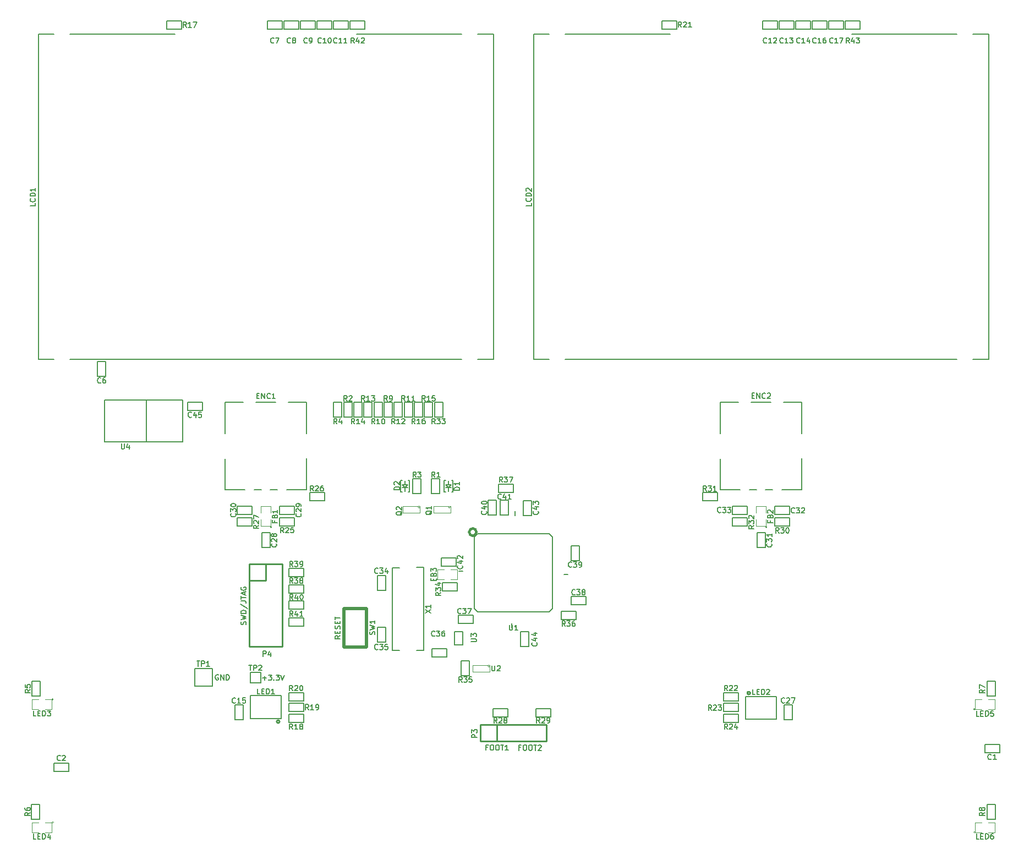
<source format=gto>
%FSLAX34Y34*%
G04 Gerber Fmt 3.4, Leading zero omitted, Abs format*
G04 (created by PCBNEW (2014-03-19 BZR 4756)-product) date Mon 28 Jul 2014 16:59:26 BRT*
%MOIN*%
G01*
G70*
G90*
G04 APERTURE LIST*
%ADD10C,0.006000*%
%ADD11C,0.005000*%
%ADD12C,0.007874*%
%ADD13C,0.003900*%
%ADD14C,0.010000*%
%ADD15C,0.003100*%
%ADD16C,0.005906*%
%ADD17C,0.015748*%
%ADD18C,0.020000*%
%ADD19C,0.008000*%
G04 APERTURE END LIST*
G54D10*
X22812Y-37344D02*
X22659Y-37451D01*
X22812Y-37527D02*
X22492Y-37527D01*
X22492Y-37405D01*
X22507Y-37375D01*
X22522Y-37359D01*
X22553Y-37344D01*
X22598Y-37344D01*
X22629Y-37359D01*
X22644Y-37375D01*
X22659Y-37405D01*
X22659Y-37527D01*
X22644Y-37207D02*
X22644Y-37100D01*
X22812Y-37055D02*
X22812Y-37207D01*
X22492Y-37207D01*
X22492Y-37055D01*
X22796Y-36933D02*
X22812Y-36887D01*
X22812Y-36811D01*
X22796Y-36780D01*
X22781Y-36765D01*
X22751Y-36750D01*
X22720Y-36750D01*
X22690Y-36765D01*
X22674Y-36780D01*
X22659Y-36811D01*
X22644Y-36872D01*
X22629Y-36902D01*
X22613Y-36918D01*
X22583Y-36933D01*
X22553Y-36933D01*
X22522Y-36918D01*
X22507Y-36902D01*
X22492Y-36872D01*
X22492Y-36796D01*
X22507Y-36750D01*
X22644Y-36613D02*
X22644Y-36506D01*
X22812Y-36460D02*
X22812Y-36613D01*
X22492Y-36613D01*
X22492Y-36460D01*
X22492Y-36369D02*
X22492Y-36186D01*
X22812Y-36278D02*
X22492Y-36278D01*
X33737Y-44118D02*
X33630Y-44118D01*
X33630Y-44285D02*
X33630Y-43965D01*
X33783Y-43965D01*
X33966Y-43965D02*
X34027Y-43965D01*
X34057Y-43981D01*
X34088Y-44011D01*
X34103Y-44072D01*
X34103Y-44179D01*
X34088Y-44240D01*
X34057Y-44270D01*
X34027Y-44285D01*
X33966Y-44285D01*
X33935Y-44270D01*
X33905Y-44240D01*
X33889Y-44179D01*
X33889Y-44072D01*
X33905Y-44011D01*
X33935Y-43981D01*
X33966Y-43965D01*
X34301Y-43965D02*
X34362Y-43965D01*
X34392Y-43981D01*
X34423Y-44011D01*
X34438Y-44072D01*
X34438Y-44179D01*
X34423Y-44240D01*
X34392Y-44270D01*
X34362Y-44285D01*
X34301Y-44285D01*
X34270Y-44270D01*
X34240Y-44240D01*
X34225Y-44179D01*
X34225Y-44072D01*
X34240Y-44011D01*
X34270Y-43981D01*
X34301Y-43965D01*
X34529Y-43965D02*
X34712Y-43965D01*
X34621Y-44285D02*
X34621Y-43965D01*
X34804Y-43996D02*
X34819Y-43981D01*
X34849Y-43965D01*
X34926Y-43965D01*
X34956Y-43981D01*
X34971Y-43996D01*
X34987Y-44026D01*
X34987Y-44057D01*
X34971Y-44102D01*
X34789Y-44285D01*
X34987Y-44285D01*
X31740Y-44115D02*
X31633Y-44115D01*
X31633Y-44282D02*
X31633Y-43962D01*
X31786Y-43962D01*
X31969Y-43962D02*
X32030Y-43962D01*
X32060Y-43978D01*
X32091Y-44008D01*
X32106Y-44069D01*
X32106Y-44176D01*
X32091Y-44237D01*
X32060Y-44267D01*
X32030Y-44282D01*
X31969Y-44282D01*
X31938Y-44267D01*
X31908Y-44237D01*
X31892Y-44176D01*
X31892Y-44069D01*
X31908Y-44008D01*
X31938Y-43978D01*
X31969Y-43962D01*
X32304Y-43962D02*
X32365Y-43962D01*
X32395Y-43978D01*
X32426Y-44008D01*
X32441Y-44069D01*
X32441Y-44176D01*
X32426Y-44237D01*
X32395Y-44267D01*
X32365Y-44282D01*
X32304Y-44282D01*
X32273Y-44267D01*
X32243Y-44237D01*
X32228Y-44176D01*
X32228Y-44069D01*
X32243Y-44008D01*
X32273Y-43978D01*
X32304Y-43962D01*
X32532Y-43962D02*
X32715Y-43962D01*
X32624Y-44282D02*
X32624Y-43962D01*
X32990Y-44282D02*
X32807Y-44282D01*
X32898Y-44282D02*
X32898Y-43962D01*
X32868Y-44008D01*
X32837Y-44038D01*
X32807Y-44054D01*
X17099Y-36672D02*
X17115Y-36627D01*
X17115Y-36550D01*
X17099Y-36520D01*
X17084Y-36505D01*
X17054Y-36490D01*
X17023Y-36490D01*
X16993Y-36505D01*
X16978Y-36520D01*
X16962Y-36550D01*
X16947Y-36611D01*
X16932Y-36642D01*
X16917Y-36657D01*
X16886Y-36672D01*
X16856Y-36672D01*
X16825Y-36657D01*
X16810Y-36642D01*
X16795Y-36611D01*
X16795Y-36535D01*
X16810Y-36490D01*
X16795Y-36383D02*
X17115Y-36307D01*
X16886Y-36246D01*
X17115Y-36185D01*
X16795Y-36109D01*
X17115Y-35987D02*
X16795Y-35987D01*
X16795Y-35910D01*
X16810Y-35865D01*
X16840Y-35834D01*
X16871Y-35819D01*
X16932Y-35804D01*
X16978Y-35804D01*
X17038Y-35819D01*
X17069Y-35834D01*
X17099Y-35865D01*
X17115Y-35910D01*
X17115Y-35987D01*
X16779Y-35438D02*
X17191Y-35712D01*
X16795Y-35240D02*
X17023Y-35240D01*
X17069Y-35255D01*
X17099Y-35286D01*
X17115Y-35331D01*
X17115Y-35362D01*
X16795Y-35133D02*
X16795Y-34950D01*
X17115Y-35042D02*
X16795Y-35042D01*
X17023Y-34859D02*
X17023Y-34707D01*
X17115Y-34890D02*
X16795Y-34783D01*
X17115Y-34676D01*
X16810Y-34402D02*
X16795Y-34432D01*
X16795Y-34478D01*
X16810Y-34524D01*
X16840Y-34554D01*
X16871Y-34570D01*
X16932Y-34585D01*
X16978Y-34585D01*
X17038Y-34570D01*
X17069Y-34554D01*
X17099Y-34524D01*
X17115Y-34478D01*
X17115Y-34448D01*
X17099Y-34402D01*
X17084Y-34387D01*
X16978Y-34387D01*
X16978Y-34448D01*
X33405Y-29810D02*
X33405Y-30053D01*
X36612Y-33633D02*
X36368Y-33633D01*
X33208Y-36855D02*
X33208Y-36612D01*
X29988Y-33435D02*
X30232Y-33435D01*
X15425Y-39721D02*
X15395Y-39706D01*
X15349Y-39706D01*
X15303Y-39721D01*
X15273Y-39752D01*
X15257Y-39782D01*
X15242Y-39843D01*
X15242Y-39889D01*
X15257Y-39950D01*
X15273Y-39980D01*
X15303Y-40011D01*
X15349Y-40026D01*
X15379Y-40026D01*
X15425Y-40011D01*
X15440Y-39996D01*
X15440Y-39889D01*
X15379Y-39889D01*
X15577Y-40026D02*
X15577Y-39706D01*
X15760Y-40026D01*
X15760Y-39706D01*
X15913Y-40026D02*
X15913Y-39706D01*
X15989Y-39706D01*
X16035Y-39721D01*
X16065Y-39752D01*
X16080Y-39782D01*
X16095Y-39843D01*
X16095Y-39889D01*
X16080Y-39950D01*
X16065Y-39980D01*
X16035Y-40011D01*
X15989Y-40026D01*
X15913Y-40026D01*
X18098Y-39918D02*
X18342Y-39918D01*
X18220Y-40040D02*
X18220Y-39796D01*
X18464Y-39720D02*
X18662Y-39720D01*
X18555Y-39842D01*
X18601Y-39842D01*
X18631Y-39857D01*
X18646Y-39873D01*
X18662Y-39903D01*
X18662Y-39979D01*
X18646Y-40010D01*
X18631Y-40025D01*
X18601Y-40040D01*
X18509Y-40040D01*
X18479Y-40025D01*
X18464Y-40010D01*
X18799Y-40010D02*
X18814Y-40025D01*
X18799Y-40040D01*
X18784Y-40025D01*
X18799Y-40010D01*
X18799Y-40040D01*
X18921Y-39720D02*
X19119Y-39720D01*
X19012Y-39842D01*
X19058Y-39842D01*
X19088Y-39857D01*
X19104Y-39873D01*
X19119Y-39903D01*
X19119Y-39979D01*
X19104Y-40010D01*
X19088Y-40025D01*
X19058Y-40040D01*
X18966Y-40040D01*
X18936Y-40025D01*
X18921Y-40010D01*
X19210Y-39720D02*
X19317Y-40040D01*
X19424Y-39720D01*
X61133Y-20590D02*
X62086Y-20590D01*
X36448Y-20590D02*
X60165Y-20590D01*
X34527Y-20590D02*
X35480Y-20590D01*
X61141Y-905D02*
X62086Y-905D01*
X53795Y-905D02*
X60165Y-905D01*
X36448Y-905D02*
X42818Y-905D01*
X34527Y-905D02*
X35472Y-905D01*
X62086Y-905D02*
X62086Y-20590D01*
X34527Y-905D02*
X34527Y-20590D01*
G54D11*
X61853Y-43919D02*
X62753Y-43919D01*
X62753Y-43919D02*
X62753Y-44419D01*
X62753Y-44419D02*
X61853Y-44419D01*
X61853Y-44419D02*
X61853Y-43919D01*
X5465Y-45055D02*
X6365Y-45055D01*
X6365Y-45055D02*
X6365Y-45555D01*
X6365Y-45555D02*
X5465Y-45555D01*
X5465Y-45555D02*
X5465Y-45055D01*
X16923Y-41538D02*
X16923Y-42438D01*
X16923Y-42438D02*
X16423Y-42438D01*
X16423Y-42438D02*
X16423Y-41538D01*
X16423Y-41538D02*
X16923Y-41538D01*
X50190Y-41538D02*
X50190Y-42438D01*
X50190Y-42438D02*
X49690Y-42438D01*
X49690Y-42438D02*
X49690Y-41538D01*
X49690Y-41538D02*
X50190Y-41538D01*
X18557Y-31114D02*
X18557Y-32014D01*
X18557Y-32014D02*
X18057Y-32014D01*
X18057Y-32014D02*
X18057Y-31114D01*
X18057Y-31114D02*
X18557Y-31114D01*
X19146Y-29494D02*
X20046Y-29494D01*
X20046Y-29494D02*
X20046Y-29994D01*
X20046Y-29994D02*
X19146Y-29994D01*
X19146Y-29994D02*
X19146Y-29494D01*
X17477Y-29994D02*
X16577Y-29994D01*
X16577Y-29994D02*
X16577Y-29494D01*
X16577Y-29494D02*
X17477Y-29494D01*
X17477Y-29494D02*
X17477Y-29994D01*
X48557Y-31114D02*
X48557Y-32014D01*
X48557Y-32014D02*
X48057Y-32014D01*
X48057Y-32014D02*
X48057Y-31114D01*
X48057Y-31114D02*
X48557Y-31114D01*
X49146Y-29513D02*
X50046Y-29513D01*
X50046Y-29513D02*
X50046Y-30013D01*
X50046Y-30013D02*
X49146Y-30013D01*
X49146Y-30013D02*
X49146Y-29513D01*
X47467Y-29994D02*
X46567Y-29994D01*
X46567Y-29994D02*
X46567Y-29494D01*
X46567Y-29494D02*
X47467Y-29494D01*
X47467Y-29494D02*
X47467Y-29994D01*
X25574Y-33703D02*
X25574Y-34603D01*
X25574Y-34603D02*
X25074Y-34603D01*
X25074Y-34603D02*
X25074Y-33703D01*
X25074Y-33703D02*
X25574Y-33703D01*
X25074Y-37733D02*
X25074Y-36833D01*
X25074Y-36833D02*
X25574Y-36833D01*
X25574Y-36833D02*
X25574Y-37733D01*
X25574Y-37733D02*
X25074Y-37733D01*
X29284Y-38635D02*
X28384Y-38635D01*
X28384Y-38635D02*
X28384Y-38135D01*
X28384Y-38135D02*
X29284Y-38135D01*
X29284Y-38135D02*
X29284Y-38635D01*
X30883Y-36598D02*
X29983Y-36598D01*
X29983Y-36598D02*
X29983Y-36098D01*
X29983Y-36098D02*
X30883Y-36098D01*
X30883Y-36098D02*
X30883Y-36598D01*
X36794Y-34956D02*
X37694Y-34956D01*
X37694Y-34956D02*
X37694Y-35456D01*
X37694Y-35456D02*
X36794Y-35456D01*
X36794Y-35456D02*
X36794Y-34956D01*
X36787Y-32802D02*
X36787Y-31902D01*
X36787Y-31902D02*
X37287Y-31902D01*
X37287Y-31902D02*
X37287Y-32802D01*
X37287Y-32802D02*
X36787Y-32802D01*
X31777Y-30046D02*
X31777Y-29146D01*
X31777Y-29146D02*
X32277Y-29146D01*
X32277Y-29146D02*
X32277Y-30046D01*
X32277Y-30046D02*
X31777Y-30046D01*
X32513Y-30046D02*
X32513Y-29146D01*
X32513Y-29146D02*
X33013Y-29146D01*
X33013Y-29146D02*
X33013Y-30046D01*
X33013Y-30046D02*
X32513Y-30046D01*
X29829Y-33143D02*
X28929Y-33143D01*
X28929Y-33143D02*
X28929Y-32643D01*
X28929Y-32643D02*
X29829Y-32643D01*
X29829Y-32643D02*
X29829Y-33143D01*
X33913Y-30056D02*
X33913Y-29156D01*
X33913Y-29156D02*
X34413Y-29156D01*
X34413Y-29156D02*
X34413Y-30056D01*
X34413Y-30056D02*
X33913Y-30056D01*
X34246Y-37099D02*
X34246Y-37999D01*
X34246Y-37999D02*
X33746Y-37999D01*
X33746Y-37999D02*
X33746Y-37099D01*
X33746Y-37099D02*
X34246Y-37099D01*
G54D10*
X29379Y-28194D02*
X29379Y-27958D01*
X29379Y-28391D02*
X29379Y-28608D01*
X29379Y-28362D02*
X29547Y-28362D01*
X29379Y-28362D02*
X29212Y-28362D01*
X29557Y-28637D02*
X29645Y-28637D01*
X29645Y-28637D02*
X29645Y-27929D01*
X29645Y-27929D02*
X29557Y-27929D01*
X29114Y-28637D02*
X29202Y-28637D01*
X29114Y-28637D02*
X29114Y-27929D01*
X29114Y-27929D02*
X29212Y-27929D01*
X29212Y-28194D02*
X29546Y-28194D01*
X29546Y-28194D02*
X29379Y-28362D01*
X29379Y-28362D02*
X29212Y-28194D01*
X26742Y-28188D02*
X26742Y-27952D01*
X26742Y-28385D02*
X26742Y-28602D01*
X26742Y-28356D02*
X26909Y-28356D01*
X26742Y-28356D02*
X26574Y-28356D01*
X26919Y-28631D02*
X27007Y-28631D01*
X27007Y-28631D02*
X27007Y-27923D01*
X27007Y-27923D02*
X26919Y-27923D01*
X26476Y-28631D02*
X26564Y-28631D01*
X26476Y-28631D02*
X26476Y-27923D01*
X26476Y-27923D02*
X26574Y-27923D01*
X26575Y-28188D02*
X26909Y-28188D01*
X26909Y-28188D02*
X26742Y-28356D01*
X26742Y-28356D02*
X26575Y-28188D01*
G54D12*
X15846Y-23216D02*
X16929Y-23216D01*
X18897Y-23216D02*
X17716Y-23216D01*
X20767Y-25106D02*
X20767Y-23216D01*
X20767Y-23216D02*
X19685Y-23216D01*
X19566Y-28492D02*
X20767Y-28492D01*
X20767Y-28492D02*
X20767Y-26602D01*
X18582Y-28492D02*
X19015Y-28492D01*
X17598Y-28492D02*
X18031Y-28492D01*
X15846Y-28492D02*
X17047Y-28492D01*
X15846Y-28492D02*
X15846Y-26622D01*
X15846Y-23216D02*
X15846Y-25086D01*
X45846Y-23216D02*
X46929Y-23216D01*
X48897Y-23216D02*
X47716Y-23216D01*
X50767Y-25106D02*
X50767Y-23216D01*
X50767Y-23216D02*
X49685Y-23216D01*
X49566Y-28492D02*
X50767Y-28492D01*
X50767Y-28492D02*
X50767Y-26602D01*
X48582Y-28492D02*
X49015Y-28492D01*
X47598Y-28492D02*
X48031Y-28492D01*
X45846Y-28492D02*
X47047Y-28492D01*
X45846Y-28492D02*
X45846Y-26622D01*
X45846Y-23216D02*
X45846Y-25086D01*
G54D13*
X18657Y-30768D02*
G75*
G03X18657Y-30768I-50J0D01*
G74*
G01*
X18607Y-30318D02*
X18607Y-30718D01*
X18607Y-30718D02*
X18007Y-30718D01*
X18007Y-30718D02*
X18007Y-30318D01*
X18007Y-29918D02*
X18007Y-29518D01*
X18007Y-29518D02*
X18607Y-29518D01*
X18607Y-29518D02*
X18607Y-29918D01*
X48657Y-30768D02*
G75*
G03X48657Y-30768I-50J0D01*
G74*
G01*
X48607Y-30318D02*
X48607Y-30718D01*
X48607Y-30718D02*
X48007Y-30718D01*
X48007Y-30718D02*
X48007Y-30318D01*
X48007Y-29918D02*
X48007Y-29518D01*
X48007Y-29518D02*
X48607Y-29518D01*
X48607Y-29518D02*
X48607Y-29918D01*
X28701Y-33941D02*
G75*
G03X28701Y-33941I-50J0D01*
G74*
G01*
X29101Y-33941D02*
X28701Y-33941D01*
X28701Y-33941D02*
X28701Y-33341D01*
X28701Y-33341D02*
X29101Y-33341D01*
X29501Y-33341D02*
X29901Y-33341D01*
X29901Y-33341D02*
X29901Y-33941D01*
X29901Y-33941D02*
X29501Y-33941D01*
G54D12*
X17381Y-40980D02*
X17381Y-42358D01*
X19232Y-40980D02*
X17381Y-40980D01*
X19232Y-40980D02*
X19232Y-42358D01*
X17381Y-42358D02*
X19232Y-42358D01*
G54D14*
X19051Y-42643D02*
G75*
G02X19051Y-42643I0J88D01*
G74*
G01*
G54D12*
X49232Y-42397D02*
X49232Y-41019D01*
X47381Y-42397D02*
X49232Y-42397D01*
X47381Y-42397D02*
X47381Y-41019D01*
X49232Y-41019D02*
X47381Y-41019D01*
G54D14*
X47562Y-40734D02*
G75*
G02X47562Y-40734I0J-88D01*
G74*
G01*
G54D15*
X29496Y-29556D02*
G75*
G03X29496Y-29556I-62J0D01*
G74*
G01*
X28470Y-29894D02*
X28470Y-29494D01*
X29495Y-29894D02*
X29495Y-29494D01*
X28470Y-29494D02*
X29495Y-29494D01*
X29495Y-29894D02*
X28470Y-29894D01*
X27643Y-29558D02*
G75*
G03X27643Y-29558I-62J0D01*
G74*
G01*
X26618Y-29896D02*
X26618Y-29496D01*
X27643Y-29896D02*
X27643Y-29496D01*
X26618Y-29496D02*
X27643Y-29496D01*
X27643Y-29896D02*
X26618Y-29896D01*
G54D11*
X28852Y-27827D02*
X28852Y-28727D01*
X28852Y-28727D02*
X28352Y-28727D01*
X28352Y-28727D02*
X28352Y-27827D01*
X28352Y-27827D02*
X28852Y-27827D01*
X23527Y-23211D02*
X23527Y-24111D01*
X23527Y-24111D02*
X23027Y-24111D01*
X23027Y-24111D02*
X23027Y-23211D01*
X23027Y-23211D02*
X23527Y-23211D01*
X27710Y-27827D02*
X27710Y-28727D01*
X27710Y-28727D02*
X27210Y-28727D01*
X27210Y-28727D02*
X27210Y-27827D01*
X27210Y-27827D02*
X27710Y-27827D01*
X22917Y-23211D02*
X22917Y-24111D01*
X22917Y-24111D02*
X22417Y-24111D01*
X22417Y-24111D02*
X22417Y-23211D01*
X22417Y-23211D02*
X22917Y-23211D01*
X4120Y-41005D02*
X4120Y-40105D01*
X4120Y-40105D02*
X4620Y-40105D01*
X4620Y-40105D02*
X4620Y-41005D01*
X4620Y-41005D02*
X4120Y-41005D01*
X4116Y-48453D02*
X4116Y-47553D01*
X4116Y-47553D02*
X4616Y-47553D01*
X4616Y-47553D02*
X4616Y-48453D01*
X4616Y-48453D02*
X4116Y-48453D01*
X61994Y-41012D02*
X61994Y-40112D01*
X61994Y-40112D02*
X62494Y-40112D01*
X62494Y-40112D02*
X62494Y-41012D01*
X62494Y-41012D02*
X61994Y-41012D01*
X61994Y-48453D02*
X61994Y-47553D01*
X61994Y-47553D02*
X62494Y-47553D01*
X62494Y-47553D02*
X62494Y-48453D01*
X62494Y-48453D02*
X61994Y-48453D01*
X12305Y-94D02*
X13205Y-94D01*
X13205Y-94D02*
X13205Y-594D01*
X13205Y-594D02*
X12305Y-594D01*
X12305Y-594D02*
X12305Y-94D01*
X19687Y-40793D02*
X20587Y-40793D01*
X20587Y-40793D02*
X20587Y-41293D01*
X20587Y-41293D02*
X19687Y-41293D01*
X19687Y-41293D02*
X19687Y-40793D01*
X19687Y-41442D02*
X20587Y-41442D01*
X20587Y-41442D02*
X20587Y-41942D01*
X20587Y-41942D02*
X19687Y-41942D01*
X19687Y-41942D02*
X19687Y-41442D01*
X19687Y-42092D02*
X20587Y-42092D01*
X20587Y-42092D02*
X20587Y-42592D01*
X20587Y-42592D02*
X19687Y-42592D01*
X19687Y-42592D02*
X19687Y-42092D01*
X42305Y-94D02*
X43205Y-94D01*
X43205Y-94D02*
X43205Y-594D01*
X43205Y-594D02*
X42305Y-594D01*
X42305Y-594D02*
X42305Y-94D01*
X46926Y-41293D02*
X46026Y-41293D01*
X46026Y-41293D02*
X46026Y-40793D01*
X46026Y-40793D02*
X46926Y-40793D01*
X46926Y-40793D02*
X46926Y-41293D01*
X46926Y-41942D02*
X46026Y-41942D01*
X46026Y-41942D02*
X46026Y-41442D01*
X46026Y-41442D02*
X46926Y-41442D01*
X46926Y-41442D02*
X46926Y-41942D01*
X46926Y-42592D02*
X46026Y-42592D01*
X46026Y-42592D02*
X46026Y-42092D01*
X46026Y-42092D02*
X46926Y-42092D01*
X46926Y-42092D02*
X46926Y-42592D01*
X19146Y-30202D02*
X20046Y-30202D01*
X20046Y-30202D02*
X20046Y-30702D01*
X20046Y-30702D02*
X19146Y-30702D01*
X19146Y-30702D02*
X19146Y-30202D01*
X21857Y-29177D02*
X20957Y-29177D01*
X20957Y-29177D02*
X20957Y-28677D01*
X20957Y-28677D02*
X21857Y-28677D01*
X21857Y-28677D02*
X21857Y-29177D01*
X17477Y-30712D02*
X16577Y-30712D01*
X16577Y-30712D02*
X16577Y-30212D01*
X16577Y-30212D02*
X17477Y-30212D01*
X17477Y-30212D02*
X17477Y-30712D01*
X32057Y-41757D02*
X32957Y-41757D01*
X32957Y-41757D02*
X32957Y-42257D01*
X32957Y-42257D02*
X32057Y-42257D01*
X32057Y-42257D02*
X32057Y-41757D01*
X35556Y-42257D02*
X34656Y-42257D01*
X34656Y-42257D02*
X34656Y-41757D01*
X34656Y-41757D02*
X35556Y-41757D01*
X35556Y-41757D02*
X35556Y-42257D01*
X49146Y-30212D02*
X50046Y-30212D01*
X50046Y-30212D02*
X50046Y-30712D01*
X50046Y-30712D02*
X49146Y-30712D01*
X49146Y-30712D02*
X49146Y-30212D01*
X44754Y-28679D02*
X45654Y-28679D01*
X45654Y-28679D02*
X45654Y-29179D01*
X45654Y-29179D02*
X44754Y-29179D01*
X44754Y-29179D02*
X44754Y-28679D01*
X47467Y-30712D02*
X46567Y-30712D01*
X46567Y-30712D02*
X46567Y-30212D01*
X46567Y-30212D02*
X47467Y-30212D01*
X47467Y-30212D02*
X47467Y-30712D01*
X28998Y-34139D02*
X29898Y-34139D01*
X29898Y-34139D02*
X29898Y-34639D01*
X29898Y-34639D02*
X28998Y-34639D01*
X28998Y-34639D02*
X28998Y-34139D01*
X30143Y-39770D02*
X30143Y-38870D01*
X30143Y-38870D02*
X30643Y-38870D01*
X30643Y-38870D02*
X30643Y-39770D01*
X30643Y-39770D02*
X30143Y-39770D01*
X37093Y-36352D02*
X36193Y-36352D01*
X36193Y-36352D02*
X36193Y-35852D01*
X36193Y-35852D02*
X37093Y-35852D01*
X37093Y-35852D02*
X37093Y-36352D01*
X32404Y-28175D02*
X33304Y-28175D01*
X33304Y-28175D02*
X33304Y-28675D01*
X33304Y-28675D02*
X32404Y-28675D01*
X32404Y-28675D02*
X32404Y-28175D01*
X20597Y-34757D02*
X19697Y-34757D01*
X19697Y-34757D02*
X19697Y-34257D01*
X19697Y-34257D02*
X20597Y-34257D01*
X20597Y-34257D02*
X20597Y-34757D01*
X20597Y-33753D02*
X19697Y-33753D01*
X19697Y-33753D02*
X19697Y-33253D01*
X19697Y-33253D02*
X20597Y-33253D01*
X20597Y-33253D02*
X20597Y-33753D01*
X20597Y-35751D02*
X19697Y-35751D01*
X19697Y-35751D02*
X19697Y-35251D01*
X19697Y-35251D02*
X20597Y-35251D01*
X20597Y-35251D02*
X20597Y-35751D01*
X20597Y-36755D02*
X19697Y-36755D01*
X19697Y-36755D02*
X19697Y-36255D01*
X19697Y-36255D02*
X20597Y-36255D01*
X20597Y-36255D02*
X20597Y-36755D01*
G54D16*
X30944Y-35698D02*
X31141Y-35895D01*
X35669Y-35698D02*
X35472Y-35895D01*
X35472Y-31171D02*
X35669Y-31368D01*
X30944Y-31368D02*
X31141Y-31171D01*
X30944Y-35698D02*
X30944Y-31368D01*
X35472Y-35895D02*
X31141Y-35895D01*
X35669Y-31368D02*
X35669Y-35698D01*
X31141Y-31171D02*
X35472Y-31171D01*
G54D17*
X31066Y-31072D02*
G75*
G03X31066Y-31072I-220J0D01*
G74*
G01*
G54D15*
X31874Y-39182D02*
G75*
G03X31874Y-39182I-62J0D01*
G74*
G01*
X30848Y-39520D02*
X30848Y-39120D01*
X31873Y-39520D02*
X31873Y-39120D01*
X30848Y-39120D02*
X31873Y-39120D01*
X31873Y-39520D02*
X30848Y-39520D01*
G54D10*
X29740Y-37090D02*
X29740Y-37890D01*
X29740Y-37890D02*
X30240Y-37890D01*
X30240Y-37890D02*
X30240Y-37090D01*
X30240Y-37090D02*
X29740Y-37090D01*
X25975Y-38220D02*
X26405Y-38220D01*
X27445Y-33210D02*
X27875Y-33210D01*
X27875Y-33210D02*
X27875Y-38220D01*
X27875Y-38220D02*
X27445Y-38220D01*
X25975Y-38220D02*
X25975Y-33220D01*
X25975Y-33220D02*
X26405Y-33220D01*
G54D13*
X5444Y-41207D02*
G75*
G03X5444Y-41207I-50J0D01*
G74*
G01*
X4944Y-41207D02*
X5344Y-41207D01*
X5344Y-41207D02*
X5344Y-41807D01*
X5344Y-41807D02*
X4944Y-41807D01*
X4544Y-41807D02*
X4144Y-41807D01*
X4144Y-41807D02*
X4144Y-41207D01*
X4144Y-41207D02*
X4544Y-41207D01*
X5444Y-48652D02*
G75*
G03X5444Y-48652I-50J0D01*
G74*
G01*
X4944Y-48652D02*
X5344Y-48652D01*
X5344Y-48652D02*
X5344Y-49252D01*
X5344Y-49252D02*
X4944Y-49252D01*
X4544Y-49252D02*
X4144Y-49252D01*
X4144Y-49252D02*
X4144Y-48652D01*
X4144Y-48652D02*
X4544Y-48652D01*
X61270Y-41807D02*
G75*
G03X61270Y-41807I-50J0D01*
G74*
G01*
X61670Y-41807D02*
X61270Y-41807D01*
X61270Y-41807D02*
X61270Y-41207D01*
X61270Y-41207D02*
X61670Y-41207D01*
X62070Y-41207D02*
X62470Y-41207D01*
X62470Y-41207D02*
X62470Y-41807D01*
X62470Y-41807D02*
X62070Y-41807D01*
X61270Y-49252D02*
G75*
G03X61270Y-49252I-50J0D01*
G74*
G01*
X61670Y-49252D02*
X61270Y-49252D01*
X61270Y-49252D02*
X61270Y-48652D01*
X61270Y-48652D02*
X61670Y-48652D01*
X62070Y-48652D02*
X62470Y-48652D01*
X62470Y-48652D02*
X62470Y-49252D01*
X62470Y-49252D02*
X62070Y-49252D01*
G54D11*
X14455Y-23694D02*
X13555Y-23694D01*
X13555Y-23694D02*
X13555Y-23194D01*
X13555Y-23194D02*
X14455Y-23194D01*
X14455Y-23194D02*
X14455Y-23694D01*
X25468Y-24111D02*
X25468Y-23211D01*
X25468Y-23211D02*
X25968Y-23211D01*
X25968Y-23211D02*
X25968Y-24111D01*
X25968Y-24111D02*
X25468Y-24111D01*
X24858Y-24111D02*
X24858Y-23211D01*
X24858Y-23211D02*
X25358Y-23211D01*
X25358Y-23211D02*
X25358Y-24111D01*
X25358Y-24111D02*
X24858Y-24111D01*
X26688Y-24111D02*
X26688Y-23211D01*
X26688Y-23211D02*
X27188Y-23211D01*
X27188Y-23211D02*
X27188Y-24111D01*
X27188Y-24111D02*
X26688Y-24111D01*
X26078Y-24111D02*
X26078Y-23211D01*
X26078Y-23211D02*
X26578Y-23211D01*
X26578Y-23211D02*
X26578Y-24111D01*
X26578Y-24111D02*
X26078Y-24111D01*
X24248Y-24111D02*
X24248Y-23211D01*
X24248Y-23211D02*
X24748Y-23211D01*
X24748Y-23211D02*
X24748Y-24111D01*
X24748Y-24111D02*
X24248Y-24111D01*
X23637Y-24111D02*
X23637Y-23211D01*
X23637Y-23211D02*
X24137Y-23211D01*
X24137Y-23211D02*
X24137Y-24111D01*
X24137Y-24111D02*
X23637Y-24111D01*
X27909Y-24111D02*
X27909Y-23211D01*
X27909Y-23211D02*
X28409Y-23211D01*
X28409Y-23211D02*
X28409Y-24111D01*
X28409Y-24111D02*
X27909Y-24111D01*
X27299Y-24111D02*
X27299Y-23211D01*
X27299Y-23211D02*
X27799Y-23211D01*
X27799Y-23211D02*
X27799Y-24111D01*
X27799Y-24111D02*
X27299Y-24111D01*
X28519Y-24111D02*
X28519Y-23211D01*
X28519Y-23211D02*
X29019Y-23211D01*
X29019Y-23211D02*
X29019Y-24111D01*
X29019Y-24111D02*
X28519Y-24111D01*
G54D12*
X15059Y-40413D02*
X15059Y-39350D01*
X13996Y-39350D02*
X15059Y-39350D01*
X15059Y-40413D02*
X13996Y-40413D01*
X13996Y-40413D02*
X13996Y-39350D01*
X17374Y-39574D02*
X18003Y-39574D01*
X18003Y-39574D02*
X18003Y-40204D01*
X18003Y-40204D02*
X17374Y-40204D01*
X17374Y-40204D02*
X17374Y-39574D01*
G54D11*
X8106Y-21640D02*
X8106Y-20740D01*
X8106Y-20740D02*
X8606Y-20740D01*
X8606Y-20740D02*
X8606Y-21640D01*
X8606Y-21640D02*
X8106Y-21640D01*
X19298Y-594D02*
X18398Y-594D01*
X18398Y-594D02*
X18398Y-94D01*
X18398Y-94D02*
X19298Y-94D01*
X19298Y-94D02*
X19298Y-594D01*
X19402Y-94D02*
X20302Y-94D01*
X20302Y-94D02*
X20302Y-594D01*
X20302Y-594D02*
X19402Y-594D01*
X19402Y-594D02*
X19402Y-94D01*
X22310Y-594D02*
X21410Y-594D01*
X21410Y-594D02*
X21410Y-94D01*
X21410Y-94D02*
X22310Y-94D01*
X22310Y-94D02*
X22310Y-594D01*
X22414Y-94D02*
X23314Y-94D01*
X23314Y-94D02*
X23314Y-594D01*
X23314Y-594D02*
X22414Y-594D01*
X22414Y-594D02*
X22414Y-94D01*
X49298Y-594D02*
X48398Y-594D01*
X48398Y-594D02*
X48398Y-94D01*
X48398Y-94D02*
X49298Y-94D01*
X49298Y-94D02*
X49298Y-594D01*
X49402Y-94D02*
X50302Y-94D01*
X50302Y-94D02*
X50302Y-594D01*
X50302Y-594D02*
X49402Y-594D01*
X49402Y-594D02*
X49402Y-94D01*
X50406Y-94D02*
X51306Y-94D01*
X51306Y-94D02*
X51306Y-594D01*
X51306Y-594D02*
X50406Y-594D01*
X50406Y-594D02*
X50406Y-94D01*
X52310Y-594D02*
X51410Y-594D01*
X51410Y-594D02*
X51410Y-94D01*
X51410Y-94D02*
X52310Y-94D01*
X52310Y-94D02*
X52310Y-594D01*
X52414Y-94D02*
X53314Y-94D01*
X53314Y-94D02*
X53314Y-594D01*
X53314Y-594D02*
X52414Y-594D01*
X52414Y-594D02*
X52414Y-94D01*
G54D14*
X32307Y-43728D02*
X35307Y-43728D01*
X32307Y-42728D02*
X35307Y-42728D01*
X31307Y-42728D02*
X32307Y-42728D01*
X35307Y-43728D02*
X35307Y-42728D01*
X32307Y-42728D02*
X32307Y-43728D01*
X31307Y-42728D02*
X31307Y-43728D01*
X31307Y-43728D02*
X32307Y-43728D01*
X19307Y-33001D02*
X19307Y-38001D01*
X19307Y-38001D02*
X17307Y-38001D01*
X17307Y-38001D02*
X17307Y-34001D01*
X19307Y-33001D02*
X18307Y-33001D01*
X17307Y-33001D02*
X17307Y-34001D01*
X18307Y-33001D02*
X18307Y-34001D01*
X18307Y-34001D02*
X17307Y-34001D01*
X17307Y-33001D02*
X18307Y-33001D01*
G54D11*
X24318Y-594D02*
X23418Y-594D01*
X23418Y-594D02*
X23418Y-94D01*
X23418Y-94D02*
X24318Y-94D01*
X24318Y-94D02*
X24318Y-594D01*
X54318Y-594D02*
X53418Y-594D01*
X53418Y-594D02*
X53418Y-94D01*
X53418Y-94D02*
X54318Y-94D01*
X54318Y-94D02*
X54318Y-594D01*
G54D18*
X24409Y-35688D02*
X24409Y-38051D01*
X24409Y-38051D02*
X23031Y-38051D01*
X23031Y-38051D02*
X23031Y-35688D01*
X23031Y-35688D02*
X24409Y-35688D01*
G54D19*
X11065Y-25590D02*
X8545Y-25590D01*
X8545Y-25590D02*
X8545Y-23150D01*
X8545Y-23150D02*
X8545Y-23070D01*
X8545Y-23070D02*
X11055Y-23070D01*
X13265Y-25590D02*
X13265Y-23070D01*
X13265Y-23070D02*
X11065Y-23070D01*
X11065Y-23070D02*
X11065Y-25590D01*
X11065Y-25590D02*
X13265Y-25590D01*
X11065Y-25510D02*
X11065Y-23160D01*
G54D10*
X31133Y-20590D02*
X32086Y-20590D01*
X6448Y-20590D02*
X30165Y-20590D01*
X4527Y-20590D02*
X5480Y-20590D01*
X31141Y-905D02*
X32086Y-905D01*
X23795Y-905D02*
X30165Y-905D01*
X6448Y-905D02*
X12818Y-905D01*
X4527Y-905D02*
X5472Y-905D01*
X32086Y-905D02*
X32086Y-20590D01*
X4527Y-905D02*
X4527Y-20590D01*
G54D11*
X20406Y-94D02*
X21306Y-94D01*
X21306Y-94D02*
X21306Y-594D01*
X21306Y-594D02*
X20406Y-594D01*
X20406Y-594D02*
X20406Y-94D01*
G54D10*
X34388Y-11137D02*
X34388Y-11289D01*
X34068Y-11289D01*
X34358Y-10847D02*
X34373Y-10862D01*
X34388Y-10908D01*
X34388Y-10939D01*
X34373Y-10984D01*
X34343Y-11015D01*
X34312Y-11030D01*
X34251Y-11045D01*
X34205Y-11045D01*
X34145Y-11030D01*
X34114Y-11015D01*
X34084Y-10984D01*
X34068Y-10939D01*
X34068Y-10908D01*
X34084Y-10862D01*
X34099Y-10847D01*
X34388Y-10710D02*
X34068Y-10710D01*
X34068Y-10634D01*
X34084Y-10588D01*
X34114Y-10558D01*
X34145Y-10542D01*
X34205Y-10527D01*
X34251Y-10527D01*
X34312Y-10542D01*
X34343Y-10558D01*
X34373Y-10588D01*
X34388Y-10634D01*
X34388Y-10710D01*
X34099Y-10405D02*
X34084Y-10390D01*
X34068Y-10359D01*
X34068Y-10283D01*
X34084Y-10253D01*
X34099Y-10238D01*
X34129Y-10222D01*
X34160Y-10222D01*
X34205Y-10238D01*
X34388Y-10420D01*
X34388Y-10222D01*
X62249Y-44815D02*
X62234Y-44830D01*
X62188Y-44845D01*
X62158Y-44845D01*
X62112Y-44830D01*
X62082Y-44799D01*
X62066Y-44769D01*
X62051Y-44708D01*
X62051Y-44662D01*
X62066Y-44601D01*
X62082Y-44571D01*
X62112Y-44540D01*
X62158Y-44525D01*
X62188Y-44525D01*
X62234Y-44540D01*
X62249Y-44556D01*
X62554Y-44845D02*
X62371Y-44845D01*
X62463Y-44845D02*
X62463Y-44525D01*
X62432Y-44571D01*
X62402Y-44601D01*
X62371Y-44616D01*
X5862Y-44887D02*
X5846Y-44903D01*
X5801Y-44918D01*
X5770Y-44918D01*
X5724Y-44903D01*
X5694Y-44872D01*
X5679Y-44842D01*
X5663Y-44781D01*
X5663Y-44735D01*
X5679Y-44674D01*
X5694Y-44644D01*
X5724Y-44613D01*
X5770Y-44598D01*
X5801Y-44598D01*
X5846Y-44613D01*
X5862Y-44628D01*
X5983Y-44628D02*
X5999Y-44613D01*
X6029Y-44598D01*
X6105Y-44598D01*
X6136Y-44613D01*
X6151Y-44628D01*
X6166Y-44659D01*
X6166Y-44689D01*
X6151Y-44735D01*
X5968Y-44918D01*
X6166Y-44918D01*
X16467Y-41402D02*
X16452Y-41417D01*
X16406Y-41432D01*
X16376Y-41432D01*
X16330Y-41417D01*
X16299Y-41387D01*
X16284Y-41356D01*
X16269Y-41295D01*
X16269Y-41250D01*
X16284Y-41189D01*
X16299Y-41158D01*
X16330Y-41128D01*
X16376Y-41112D01*
X16406Y-41112D01*
X16452Y-41128D01*
X16467Y-41143D01*
X16772Y-41432D02*
X16589Y-41432D01*
X16680Y-41432D02*
X16680Y-41112D01*
X16650Y-41158D01*
X16619Y-41189D01*
X16589Y-41204D01*
X17061Y-41112D02*
X16909Y-41112D01*
X16894Y-41265D01*
X16909Y-41250D01*
X16939Y-41234D01*
X17016Y-41234D01*
X17046Y-41250D01*
X17061Y-41265D01*
X17077Y-41295D01*
X17077Y-41371D01*
X17061Y-41402D01*
X17046Y-41417D01*
X17016Y-41432D01*
X16939Y-41432D01*
X16909Y-41417D01*
X16894Y-41402D01*
X49735Y-41393D02*
X49719Y-41409D01*
X49674Y-41424D01*
X49643Y-41424D01*
X49598Y-41409D01*
X49567Y-41378D01*
X49552Y-41348D01*
X49537Y-41287D01*
X49537Y-41241D01*
X49552Y-41180D01*
X49567Y-41150D01*
X49598Y-41119D01*
X49643Y-41104D01*
X49674Y-41104D01*
X49719Y-41119D01*
X49735Y-41134D01*
X49857Y-41134D02*
X49872Y-41119D01*
X49902Y-41104D01*
X49979Y-41104D01*
X50009Y-41119D01*
X50024Y-41134D01*
X50039Y-41165D01*
X50039Y-41195D01*
X50024Y-41241D01*
X49841Y-41424D01*
X50039Y-41424D01*
X50146Y-41104D02*
X50359Y-41104D01*
X50222Y-41424D01*
X18933Y-31770D02*
X18948Y-31785D01*
X18963Y-31831D01*
X18963Y-31862D01*
X18948Y-31907D01*
X18917Y-31938D01*
X18887Y-31953D01*
X18826Y-31968D01*
X18780Y-31968D01*
X18719Y-31953D01*
X18689Y-31938D01*
X18658Y-31907D01*
X18643Y-31862D01*
X18643Y-31831D01*
X18658Y-31785D01*
X18674Y-31770D01*
X18674Y-31648D02*
X18658Y-31633D01*
X18643Y-31603D01*
X18643Y-31526D01*
X18658Y-31496D01*
X18674Y-31481D01*
X18704Y-31465D01*
X18735Y-31465D01*
X18780Y-31481D01*
X18963Y-31664D01*
X18963Y-31465D01*
X18780Y-31283D02*
X18765Y-31313D01*
X18750Y-31328D01*
X18719Y-31344D01*
X18704Y-31344D01*
X18674Y-31328D01*
X18658Y-31313D01*
X18643Y-31283D01*
X18643Y-31222D01*
X18658Y-31191D01*
X18674Y-31176D01*
X18704Y-31161D01*
X18719Y-31161D01*
X18750Y-31176D01*
X18765Y-31191D01*
X18780Y-31222D01*
X18780Y-31283D01*
X18796Y-31313D01*
X18811Y-31328D01*
X18841Y-31344D01*
X18902Y-31344D01*
X18933Y-31328D01*
X18948Y-31313D01*
X18963Y-31283D01*
X18963Y-31222D01*
X18948Y-31191D01*
X18933Y-31176D01*
X18902Y-31161D01*
X18841Y-31161D01*
X18811Y-31176D01*
X18796Y-31191D01*
X18780Y-31222D01*
X20419Y-29949D02*
X20434Y-29965D01*
X20449Y-30010D01*
X20449Y-30041D01*
X20434Y-30086D01*
X20404Y-30117D01*
X20373Y-30132D01*
X20312Y-30147D01*
X20267Y-30147D01*
X20206Y-30132D01*
X20175Y-30117D01*
X20145Y-30086D01*
X20129Y-30041D01*
X20129Y-30010D01*
X20145Y-29965D01*
X20160Y-29949D01*
X20160Y-29827D02*
X20145Y-29812D01*
X20129Y-29782D01*
X20129Y-29705D01*
X20145Y-29675D01*
X20160Y-29660D01*
X20190Y-29645D01*
X20221Y-29645D01*
X20267Y-29660D01*
X20449Y-29843D01*
X20449Y-29645D01*
X20449Y-29492D02*
X20449Y-29431D01*
X20434Y-29401D01*
X20419Y-29385D01*
X20373Y-29355D01*
X20312Y-29340D01*
X20190Y-29340D01*
X20160Y-29355D01*
X20145Y-29370D01*
X20129Y-29401D01*
X20129Y-29462D01*
X20145Y-29492D01*
X20160Y-29507D01*
X20190Y-29523D01*
X20267Y-29523D01*
X20297Y-29507D01*
X20312Y-29492D01*
X20327Y-29462D01*
X20327Y-29401D01*
X20312Y-29370D01*
X20297Y-29355D01*
X20267Y-29340D01*
X16462Y-29949D02*
X16477Y-29965D01*
X16493Y-30010D01*
X16493Y-30041D01*
X16477Y-30086D01*
X16447Y-30117D01*
X16416Y-30132D01*
X16356Y-30147D01*
X16310Y-30147D01*
X16249Y-30132D01*
X16218Y-30117D01*
X16188Y-30086D01*
X16173Y-30041D01*
X16173Y-30010D01*
X16188Y-29965D01*
X16203Y-29949D01*
X16173Y-29843D02*
X16173Y-29645D01*
X16295Y-29751D01*
X16295Y-29705D01*
X16310Y-29675D01*
X16325Y-29660D01*
X16356Y-29645D01*
X16432Y-29645D01*
X16462Y-29660D01*
X16477Y-29675D01*
X16493Y-29705D01*
X16493Y-29797D01*
X16477Y-29827D01*
X16462Y-29843D01*
X16173Y-29446D02*
X16173Y-29416D01*
X16188Y-29385D01*
X16203Y-29370D01*
X16234Y-29355D01*
X16295Y-29340D01*
X16371Y-29340D01*
X16432Y-29355D01*
X16462Y-29370D01*
X16477Y-29385D01*
X16493Y-29416D01*
X16493Y-29446D01*
X16477Y-29477D01*
X16462Y-29492D01*
X16432Y-29507D01*
X16371Y-29523D01*
X16295Y-29523D01*
X16234Y-29507D01*
X16203Y-29492D01*
X16188Y-29477D01*
X16173Y-29446D01*
X48932Y-31769D02*
X48947Y-31784D01*
X48963Y-31830D01*
X48963Y-31861D01*
X48947Y-31906D01*
X48917Y-31937D01*
X48886Y-31952D01*
X48826Y-31967D01*
X48780Y-31967D01*
X48719Y-31952D01*
X48688Y-31937D01*
X48658Y-31906D01*
X48643Y-31861D01*
X48643Y-31830D01*
X48658Y-31784D01*
X48673Y-31769D01*
X48643Y-31663D02*
X48643Y-31464D01*
X48765Y-31571D01*
X48765Y-31525D01*
X48780Y-31495D01*
X48795Y-31480D01*
X48826Y-31464D01*
X48902Y-31464D01*
X48932Y-31480D01*
X48947Y-31495D01*
X48963Y-31525D01*
X48963Y-31617D01*
X48947Y-31647D01*
X48932Y-31663D01*
X48963Y-31160D02*
X48963Y-31343D01*
X48963Y-31251D02*
X48643Y-31251D01*
X48688Y-31282D01*
X48719Y-31312D01*
X48734Y-31343D01*
X50335Y-29887D02*
X50320Y-29903D01*
X50274Y-29918D01*
X50244Y-29918D01*
X50198Y-29903D01*
X50168Y-29872D01*
X50152Y-29842D01*
X50137Y-29781D01*
X50137Y-29735D01*
X50152Y-29674D01*
X50168Y-29644D01*
X50198Y-29613D01*
X50244Y-29598D01*
X50274Y-29598D01*
X50320Y-29613D01*
X50335Y-29628D01*
X50442Y-29598D02*
X50640Y-29598D01*
X50533Y-29720D01*
X50579Y-29720D01*
X50609Y-29735D01*
X50625Y-29750D01*
X50640Y-29781D01*
X50640Y-29857D01*
X50625Y-29887D01*
X50609Y-29903D01*
X50579Y-29918D01*
X50488Y-29918D01*
X50457Y-29903D01*
X50442Y-29887D01*
X50762Y-29628D02*
X50777Y-29613D01*
X50808Y-29598D01*
X50884Y-29598D01*
X50914Y-29613D01*
X50929Y-29628D01*
X50945Y-29659D01*
X50945Y-29689D01*
X50929Y-29735D01*
X50747Y-29918D01*
X50945Y-29918D01*
X45867Y-29858D02*
X45851Y-29873D01*
X45806Y-29888D01*
X45775Y-29888D01*
X45729Y-29873D01*
X45699Y-29843D01*
X45684Y-29812D01*
X45669Y-29751D01*
X45669Y-29705D01*
X45684Y-29645D01*
X45699Y-29614D01*
X45729Y-29584D01*
X45775Y-29568D01*
X45806Y-29568D01*
X45851Y-29584D01*
X45867Y-29599D01*
X45973Y-29568D02*
X46171Y-29568D01*
X46065Y-29690D01*
X46110Y-29690D01*
X46141Y-29705D01*
X46156Y-29721D01*
X46171Y-29751D01*
X46171Y-29827D01*
X46156Y-29858D01*
X46141Y-29873D01*
X46110Y-29888D01*
X46019Y-29888D01*
X45989Y-29873D01*
X45973Y-29858D01*
X46278Y-29568D02*
X46476Y-29568D01*
X46369Y-29690D01*
X46415Y-29690D01*
X46446Y-29705D01*
X46461Y-29721D01*
X46476Y-29751D01*
X46476Y-29827D01*
X46461Y-29858D01*
X46446Y-29873D01*
X46415Y-29888D01*
X46324Y-29888D01*
X46293Y-29873D01*
X46278Y-29858D01*
X25099Y-33539D02*
X25084Y-33554D01*
X25038Y-33569D01*
X25007Y-33569D01*
X24962Y-33554D01*
X24931Y-33524D01*
X24916Y-33493D01*
X24901Y-33432D01*
X24901Y-33387D01*
X24916Y-33326D01*
X24931Y-33295D01*
X24962Y-33265D01*
X25007Y-33249D01*
X25038Y-33249D01*
X25084Y-33265D01*
X25099Y-33280D01*
X25206Y-33249D02*
X25404Y-33249D01*
X25297Y-33371D01*
X25343Y-33371D01*
X25373Y-33387D01*
X25388Y-33402D01*
X25404Y-33432D01*
X25404Y-33509D01*
X25388Y-33539D01*
X25373Y-33554D01*
X25343Y-33569D01*
X25251Y-33569D01*
X25221Y-33554D01*
X25206Y-33539D01*
X25678Y-33356D02*
X25678Y-33569D01*
X25602Y-33234D02*
X25526Y-33463D01*
X25724Y-33463D01*
X25089Y-38155D02*
X25074Y-38170D01*
X25028Y-38186D01*
X24998Y-38186D01*
X24952Y-38170D01*
X24921Y-38140D01*
X24906Y-38109D01*
X24891Y-38048D01*
X24891Y-38003D01*
X24906Y-37942D01*
X24921Y-37911D01*
X24952Y-37881D01*
X24998Y-37866D01*
X25028Y-37866D01*
X25074Y-37881D01*
X25089Y-37896D01*
X25196Y-37866D02*
X25394Y-37866D01*
X25287Y-37988D01*
X25333Y-37988D01*
X25363Y-38003D01*
X25379Y-38018D01*
X25394Y-38048D01*
X25394Y-38125D01*
X25379Y-38155D01*
X25363Y-38170D01*
X25333Y-38186D01*
X25241Y-38186D01*
X25211Y-38170D01*
X25196Y-38155D01*
X25683Y-37866D02*
X25531Y-37866D01*
X25516Y-38018D01*
X25531Y-38003D01*
X25561Y-37988D01*
X25638Y-37988D01*
X25668Y-38003D01*
X25683Y-38018D01*
X25699Y-38048D01*
X25699Y-38125D01*
X25683Y-38155D01*
X25668Y-38170D01*
X25638Y-38186D01*
X25561Y-38186D01*
X25531Y-38170D01*
X25516Y-38155D01*
X28542Y-37346D02*
X28527Y-37361D01*
X28481Y-37377D01*
X28450Y-37377D01*
X28405Y-37361D01*
X28374Y-37331D01*
X28359Y-37300D01*
X28344Y-37239D01*
X28344Y-37194D01*
X28359Y-37133D01*
X28374Y-37102D01*
X28405Y-37072D01*
X28450Y-37057D01*
X28481Y-37057D01*
X28527Y-37072D01*
X28542Y-37087D01*
X28648Y-37057D02*
X28847Y-37057D01*
X28740Y-37178D01*
X28786Y-37178D01*
X28816Y-37194D01*
X28831Y-37209D01*
X28847Y-37239D01*
X28847Y-37316D01*
X28831Y-37346D01*
X28816Y-37361D01*
X28786Y-37377D01*
X28694Y-37377D01*
X28664Y-37361D01*
X28648Y-37346D01*
X29121Y-37057D02*
X29060Y-37057D01*
X29029Y-37072D01*
X29014Y-37087D01*
X28984Y-37133D01*
X28968Y-37194D01*
X28968Y-37316D01*
X28984Y-37346D01*
X28999Y-37361D01*
X29029Y-37377D01*
X29090Y-37377D01*
X29121Y-37361D01*
X29136Y-37346D01*
X29151Y-37316D01*
X29151Y-37239D01*
X29136Y-37209D01*
X29121Y-37194D01*
X29090Y-37178D01*
X29029Y-37178D01*
X28999Y-37194D01*
X28984Y-37209D01*
X28968Y-37239D01*
X30128Y-35980D02*
X30113Y-35995D01*
X30067Y-36010D01*
X30037Y-36010D01*
X29991Y-35995D01*
X29961Y-35965D01*
X29946Y-35934D01*
X29930Y-35873D01*
X29930Y-35828D01*
X29946Y-35767D01*
X29961Y-35736D01*
X29991Y-35706D01*
X30037Y-35690D01*
X30067Y-35690D01*
X30113Y-35706D01*
X30128Y-35721D01*
X30235Y-35690D02*
X30433Y-35690D01*
X30327Y-35812D01*
X30372Y-35812D01*
X30403Y-35828D01*
X30418Y-35843D01*
X30433Y-35873D01*
X30433Y-35949D01*
X30418Y-35980D01*
X30403Y-35995D01*
X30372Y-36010D01*
X30281Y-36010D01*
X30250Y-35995D01*
X30235Y-35980D01*
X30540Y-35690D02*
X30753Y-35690D01*
X30616Y-36010D01*
X37038Y-34838D02*
X37023Y-34853D01*
X36977Y-34869D01*
X36946Y-34869D01*
X36901Y-34853D01*
X36870Y-34823D01*
X36855Y-34792D01*
X36840Y-34732D01*
X36840Y-34686D01*
X36855Y-34625D01*
X36870Y-34594D01*
X36901Y-34564D01*
X36946Y-34549D01*
X36977Y-34549D01*
X37023Y-34564D01*
X37038Y-34579D01*
X37145Y-34549D02*
X37343Y-34549D01*
X37236Y-34671D01*
X37282Y-34671D01*
X37312Y-34686D01*
X37327Y-34701D01*
X37343Y-34732D01*
X37343Y-34808D01*
X37327Y-34838D01*
X37312Y-34853D01*
X37282Y-34869D01*
X37190Y-34869D01*
X37160Y-34853D01*
X37145Y-34838D01*
X37525Y-34686D02*
X37495Y-34671D01*
X37480Y-34655D01*
X37465Y-34625D01*
X37465Y-34610D01*
X37480Y-34579D01*
X37495Y-34564D01*
X37525Y-34549D01*
X37586Y-34549D01*
X37617Y-34564D01*
X37632Y-34579D01*
X37647Y-34610D01*
X37647Y-34625D01*
X37632Y-34655D01*
X37617Y-34671D01*
X37586Y-34686D01*
X37525Y-34686D01*
X37495Y-34701D01*
X37480Y-34716D01*
X37465Y-34747D01*
X37465Y-34808D01*
X37480Y-34838D01*
X37495Y-34853D01*
X37525Y-34869D01*
X37586Y-34869D01*
X37617Y-34853D01*
X37632Y-34838D01*
X37647Y-34808D01*
X37647Y-34747D01*
X37632Y-34716D01*
X37617Y-34701D01*
X37586Y-34686D01*
X36831Y-33166D02*
X36816Y-33181D01*
X36770Y-33197D01*
X36740Y-33197D01*
X36694Y-33181D01*
X36664Y-33151D01*
X36648Y-33120D01*
X36633Y-33059D01*
X36633Y-33014D01*
X36648Y-32953D01*
X36664Y-32922D01*
X36694Y-32892D01*
X36740Y-32877D01*
X36770Y-32877D01*
X36816Y-32892D01*
X36831Y-32907D01*
X36938Y-32877D02*
X37136Y-32877D01*
X37029Y-32999D01*
X37075Y-32999D01*
X37105Y-33014D01*
X37121Y-33029D01*
X37136Y-33059D01*
X37136Y-33136D01*
X37121Y-33166D01*
X37105Y-33181D01*
X37075Y-33197D01*
X36984Y-33197D01*
X36953Y-33181D01*
X36938Y-33166D01*
X37288Y-33197D02*
X37349Y-33197D01*
X37380Y-33181D01*
X37395Y-33166D01*
X37425Y-33120D01*
X37441Y-33059D01*
X37441Y-32938D01*
X37425Y-32907D01*
X37410Y-32892D01*
X37380Y-32877D01*
X37319Y-32877D01*
X37288Y-32892D01*
X37273Y-32907D01*
X37258Y-32938D01*
X37258Y-33014D01*
X37273Y-33044D01*
X37288Y-33059D01*
X37319Y-33075D01*
X37380Y-33075D01*
X37410Y-33059D01*
X37425Y-33044D01*
X37441Y-33014D01*
X31659Y-29802D02*
X31674Y-29817D01*
X31690Y-29863D01*
X31690Y-29893D01*
X31674Y-29939D01*
X31644Y-29969D01*
X31613Y-29985D01*
X31552Y-30000D01*
X31507Y-30000D01*
X31446Y-29985D01*
X31415Y-29969D01*
X31385Y-29939D01*
X31370Y-29893D01*
X31370Y-29863D01*
X31385Y-29817D01*
X31400Y-29802D01*
X31476Y-29527D02*
X31690Y-29527D01*
X31354Y-29604D02*
X31583Y-29680D01*
X31583Y-29482D01*
X31370Y-29299D02*
X31370Y-29268D01*
X31385Y-29238D01*
X31400Y-29223D01*
X31430Y-29207D01*
X31491Y-29192D01*
X31568Y-29192D01*
X31629Y-29207D01*
X31659Y-29223D01*
X31674Y-29238D01*
X31690Y-29268D01*
X31690Y-29299D01*
X31674Y-29329D01*
X31659Y-29345D01*
X31629Y-29360D01*
X31568Y-29375D01*
X31491Y-29375D01*
X31430Y-29360D01*
X31400Y-29345D01*
X31385Y-29329D01*
X31370Y-29299D01*
X32562Y-29049D02*
X32546Y-29064D01*
X32501Y-29079D01*
X32470Y-29079D01*
X32424Y-29064D01*
X32394Y-29034D01*
X32379Y-29003D01*
X32363Y-28942D01*
X32363Y-28896D01*
X32379Y-28835D01*
X32394Y-28805D01*
X32424Y-28775D01*
X32470Y-28759D01*
X32501Y-28759D01*
X32546Y-28775D01*
X32562Y-28790D01*
X32836Y-28866D02*
X32836Y-29079D01*
X32760Y-28744D02*
X32683Y-28973D01*
X32882Y-28973D01*
X33171Y-29079D02*
X32988Y-29079D01*
X33080Y-29079D02*
X33080Y-28759D01*
X33049Y-28805D01*
X33019Y-28835D01*
X32988Y-28851D01*
X30196Y-33095D02*
X30212Y-33110D01*
X30227Y-33156D01*
X30227Y-33186D01*
X30212Y-33232D01*
X30181Y-33263D01*
X30151Y-33278D01*
X30090Y-33293D01*
X30044Y-33293D01*
X29983Y-33278D01*
X29953Y-33263D01*
X29922Y-33232D01*
X29907Y-33186D01*
X29907Y-33156D01*
X29922Y-33110D01*
X29937Y-33095D01*
X30014Y-32821D02*
X30227Y-32821D01*
X29892Y-32897D02*
X30120Y-32973D01*
X30120Y-32775D01*
X29937Y-32668D02*
X29922Y-32653D01*
X29907Y-32623D01*
X29907Y-32546D01*
X29922Y-32516D01*
X29937Y-32501D01*
X29968Y-32485D01*
X29998Y-32485D01*
X30044Y-32501D01*
X30227Y-32684D01*
X30227Y-32485D01*
X34789Y-29812D02*
X34804Y-29827D01*
X34819Y-29872D01*
X34819Y-29903D01*
X34804Y-29949D01*
X34774Y-29979D01*
X34743Y-29994D01*
X34682Y-30010D01*
X34637Y-30010D01*
X34576Y-29994D01*
X34545Y-29979D01*
X34515Y-29949D01*
X34499Y-29903D01*
X34499Y-29872D01*
X34515Y-29827D01*
X34530Y-29812D01*
X34606Y-29537D02*
X34819Y-29537D01*
X34484Y-29613D02*
X34713Y-29690D01*
X34713Y-29492D01*
X34499Y-29400D02*
X34499Y-29202D01*
X34621Y-29309D01*
X34621Y-29263D01*
X34637Y-29232D01*
X34652Y-29217D01*
X34682Y-29202D01*
X34759Y-29202D01*
X34789Y-29217D01*
X34804Y-29232D01*
X34819Y-29263D01*
X34819Y-29354D01*
X34804Y-29385D01*
X34789Y-29400D01*
X34704Y-37775D02*
X34719Y-37790D01*
X34734Y-37836D01*
X34734Y-37867D01*
X34719Y-37912D01*
X34689Y-37943D01*
X34658Y-37958D01*
X34597Y-37973D01*
X34551Y-37973D01*
X34490Y-37958D01*
X34460Y-37943D01*
X34430Y-37912D01*
X34414Y-37867D01*
X34414Y-37836D01*
X34430Y-37790D01*
X34445Y-37775D01*
X34521Y-37501D02*
X34734Y-37501D01*
X34399Y-37577D02*
X34628Y-37653D01*
X34628Y-37455D01*
X34521Y-37196D02*
X34734Y-37196D01*
X34399Y-37272D02*
X34628Y-37349D01*
X34628Y-37150D01*
X30036Y-28519D02*
X29716Y-28519D01*
X29716Y-28443D01*
X29731Y-28397D01*
X29762Y-28367D01*
X29792Y-28352D01*
X29853Y-28336D01*
X29899Y-28336D01*
X29960Y-28352D01*
X29990Y-28367D01*
X30021Y-28397D01*
X30036Y-28443D01*
X30036Y-28519D01*
X30036Y-28032D02*
X30036Y-28214D01*
X30036Y-28123D02*
X29716Y-28123D01*
X29762Y-28153D01*
X29792Y-28184D01*
X29807Y-28214D01*
X26404Y-28503D02*
X26084Y-28503D01*
X26084Y-28427D01*
X26099Y-28382D01*
X26130Y-28351D01*
X26160Y-28336D01*
X26221Y-28321D01*
X26267Y-28321D01*
X26328Y-28336D01*
X26358Y-28351D01*
X26389Y-28382D01*
X26404Y-28427D01*
X26404Y-28503D01*
X26115Y-28199D02*
X26099Y-28183D01*
X26084Y-28153D01*
X26084Y-28077D01*
X26099Y-28046D01*
X26115Y-28031D01*
X26145Y-28016D01*
X26176Y-28016D01*
X26221Y-28031D01*
X26404Y-28214D01*
X26404Y-28016D01*
X17762Y-22807D02*
X17869Y-22807D01*
X17915Y-22974D02*
X17762Y-22974D01*
X17762Y-22654D01*
X17915Y-22654D01*
X18052Y-22974D02*
X18052Y-22654D01*
X18235Y-22974D01*
X18235Y-22654D01*
X18570Y-22944D02*
X18555Y-22959D01*
X18509Y-22974D01*
X18479Y-22974D01*
X18433Y-22959D01*
X18402Y-22929D01*
X18387Y-22898D01*
X18372Y-22837D01*
X18372Y-22791D01*
X18387Y-22730D01*
X18402Y-22700D01*
X18433Y-22670D01*
X18479Y-22654D01*
X18509Y-22654D01*
X18555Y-22670D01*
X18570Y-22685D01*
X18875Y-22974D02*
X18692Y-22974D01*
X18783Y-22974D02*
X18783Y-22654D01*
X18753Y-22700D01*
X18722Y-22730D01*
X18692Y-22746D01*
X47758Y-22801D02*
X47865Y-22801D01*
X47910Y-22969D02*
X47758Y-22969D01*
X47758Y-22649D01*
X47910Y-22649D01*
X48048Y-22969D02*
X48048Y-22649D01*
X48230Y-22969D01*
X48230Y-22649D01*
X48566Y-22939D02*
X48550Y-22954D01*
X48505Y-22969D01*
X48474Y-22969D01*
X48428Y-22954D01*
X48398Y-22923D01*
X48383Y-22893D01*
X48368Y-22832D01*
X48368Y-22786D01*
X48383Y-22725D01*
X48398Y-22695D01*
X48428Y-22664D01*
X48474Y-22649D01*
X48505Y-22649D01*
X48550Y-22664D01*
X48566Y-22680D01*
X48688Y-22680D02*
X48703Y-22664D01*
X48733Y-22649D01*
X48809Y-22649D01*
X48840Y-22664D01*
X48855Y-22680D01*
X48870Y-22710D01*
X48870Y-22740D01*
X48855Y-22786D01*
X48672Y-22969D01*
X48870Y-22969D01*
X18845Y-30384D02*
X18845Y-30491D01*
X19012Y-30491D02*
X18692Y-30491D01*
X18692Y-30339D01*
X18845Y-30110D02*
X18860Y-30064D01*
X18875Y-30049D01*
X18906Y-30034D01*
X18951Y-30034D01*
X18982Y-30049D01*
X18997Y-30064D01*
X19012Y-30095D01*
X19012Y-30217D01*
X18692Y-30217D01*
X18692Y-30110D01*
X18708Y-30080D01*
X18723Y-30064D01*
X18753Y-30049D01*
X18784Y-30049D01*
X18814Y-30064D01*
X18830Y-30080D01*
X18845Y-30110D01*
X18845Y-30217D01*
X19012Y-29729D02*
X19012Y-29912D01*
X19012Y-29820D02*
X18692Y-29820D01*
X18738Y-29851D01*
X18769Y-29881D01*
X18784Y-29912D01*
X48855Y-30384D02*
X48855Y-30491D01*
X49022Y-30491D02*
X48702Y-30491D01*
X48702Y-30339D01*
X48855Y-30110D02*
X48870Y-30064D01*
X48885Y-30049D01*
X48916Y-30034D01*
X48961Y-30034D01*
X48992Y-30049D01*
X49007Y-30064D01*
X49022Y-30095D01*
X49022Y-30217D01*
X48702Y-30217D01*
X48702Y-30110D01*
X48717Y-30080D01*
X48733Y-30064D01*
X48763Y-30049D01*
X48794Y-30049D01*
X48824Y-30064D01*
X48839Y-30080D01*
X48855Y-30110D01*
X48855Y-30217D01*
X48733Y-29912D02*
X48717Y-29897D01*
X48702Y-29866D01*
X48702Y-29790D01*
X48717Y-29760D01*
X48733Y-29744D01*
X48763Y-29729D01*
X48794Y-29729D01*
X48839Y-29744D01*
X49022Y-29927D01*
X49022Y-29729D01*
X28471Y-33908D02*
X28471Y-34015D01*
X28638Y-34015D02*
X28318Y-34015D01*
X28318Y-33862D01*
X28471Y-33634D02*
X28486Y-33588D01*
X28501Y-33573D01*
X28532Y-33557D01*
X28577Y-33557D01*
X28608Y-33573D01*
X28623Y-33588D01*
X28638Y-33618D01*
X28638Y-33740D01*
X28318Y-33740D01*
X28318Y-33634D01*
X28334Y-33603D01*
X28349Y-33588D01*
X28379Y-33573D01*
X28410Y-33573D01*
X28440Y-33588D01*
X28455Y-33603D01*
X28471Y-33634D01*
X28471Y-33740D01*
X28318Y-33451D02*
X28318Y-33253D01*
X28440Y-33359D01*
X28440Y-33314D01*
X28455Y-33283D01*
X28471Y-33268D01*
X28501Y-33253D01*
X28577Y-33253D01*
X28608Y-33268D01*
X28623Y-33283D01*
X28638Y-33314D01*
X28638Y-33405D01*
X28623Y-33436D01*
X28608Y-33451D01*
X17948Y-40873D02*
X17796Y-40873D01*
X17796Y-40553D01*
X18055Y-40705D02*
X18162Y-40705D01*
X18208Y-40873D02*
X18055Y-40873D01*
X18055Y-40553D01*
X18208Y-40553D01*
X18345Y-40873D02*
X18345Y-40553D01*
X18421Y-40553D01*
X18467Y-40568D01*
X18497Y-40598D01*
X18512Y-40629D01*
X18528Y-40690D01*
X18528Y-40735D01*
X18512Y-40796D01*
X18497Y-40827D01*
X18467Y-40857D01*
X18421Y-40873D01*
X18345Y-40873D01*
X18832Y-40873D02*
X18649Y-40873D01*
X18741Y-40873D02*
X18741Y-40553D01*
X18710Y-40598D01*
X18680Y-40629D01*
X18649Y-40644D01*
X47948Y-40912D02*
X47796Y-40912D01*
X47796Y-40592D01*
X48055Y-40744D02*
X48162Y-40744D01*
X48208Y-40912D02*
X48055Y-40912D01*
X48055Y-40592D01*
X48208Y-40592D01*
X48345Y-40912D02*
X48345Y-40592D01*
X48421Y-40592D01*
X48467Y-40607D01*
X48497Y-40638D01*
X48512Y-40668D01*
X48528Y-40729D01*
X48528Y-40775D01*
X48512Y-40836D01*
X48497Y-40866D01*
X48467Y-40897D01*
X48421Y-40912D01*
X48345Y-40912D01*
X48649Y-40622D02*
X48665Y-40607D01*
X48695Y-40592D01*
X48771Y-40592D01*
X48802Y-40607D01*
X48817Y-40622D01*
X48832Y-40653D01*
X48832Y-40683D01*
X48817Y-40729D01*
X48634Y-40912D01*
X48832Y-40912D01*
X28354Y-29784D02*
X28339Y-29814D01*
X28308Y-29845D01*
X28262Y-29891D01*
X28247Y-29921D01*
X28247Y-29952D01*
X28323Y-29936D02*
X28308Y-29967D01*
X28278Y-29997D01*
X28217Y-30012D01*
X28110Y-30012D01*
X28049Y-29997D01*
X28019Y-29967D01*
X28003Y-29936D01*
X28003Y-29875D01*
X28019Y-29845D01*
X28049Y-29814D01*
X28110Y-29799D01*
X28217Y-29799D01*
X28278Y-29814D01*
X28308Y-29845D01*
X28323Y-29875D01*
X28323Y-29936D01*
X28323Y-29494D02*
X28323Y-29677D01*
X28323Y-29586D02*
X28003Y-29586D01*
X28049Y-29616D01*
X28080Y-29647D01*
X28095Y-29677D01*
X26563Y-29813D02*
X26547Y-29844D01*
X26517Y-29874D01*
X26471Y-29920D01*
X26456Y-29951D01*
X26456Y-29981D01*
X26532Y-29966D02*
X26517Y-29996D01*
X26486Y-30027D01*
X26425Y-30042D01*
X26319Y-30042D01*
X26258Y-30027D01*
X26227Y-29996D01*
X26212Y-29966D01*
X26212Y-29905D01*
X26227Y-29874D01*
X26258Y-29844D01*
X26319Y-29829D01*
X26425Y-29829D01*
X26486Y-29844D01*
X26517Y-29874D01*
X26532Y-29905D01*
X26532Y-29966D01*
X26243Y-29707D02*
X26227Y-29692D01*
X26212Y-29661D01*
X26212Y-29585D01*
X26227Y-29554D01*
X26243Y-29539D01*
X26273Y-29524D01*
X26303Y-29524D01*
X26349Y-29539D01*
X26532Y-29722D01*
X26532Y-29524D01*
X28550Y-27747D02*
X28444Y-27594D01*
X28368Y-27747D02*
X28368Y-27427D01*
X28490Y-27427D01*
X28520Y-27442D01*
X28535Y-27457D01*
X28550Y-27488D01*
X28550Y-27533D01*
X28535Y-27564D01*
X28520Y-27579D01*
X28490Y-27594D01*
X28368Y-27594D01*
X28855Y-27747D02*
X28672Y-27747D01*
X28764Y-27747D02*
X28764Y-27427D01*
X28733Y-27472D01*
X28703Y-27503D01*
X28672Y-27518D01*
X23224Y-23127D02*
X23117Y-22974D01*
X23041Y-23127D02*
X23041Y-22807D01*
X23163Y-22807D01*
X23193Y-22822D01*
X23208Y-22837D01*
X23224Y-22867D01*
X23224Y-22913D01*
X23208Y-22944D01*
X23193Y-22959D01*
X23163Y-22974D01*
X23041Y-22974D01*
X23346Y-22837D02*
X23361Y-22822D01*
X23391Y-22807D01*
X23468Y-22807D01*
X23498Y-22822D01*
X23513Y-22837D01*
X23528Y-22867D01*
X23528Y-22898D01*
X23513Y-22944D01*
X23330Y-23127D01*
X23528Y-23127D01*
X27407Y-27747D02*
X27300Y-27594D01*
X27224Y-27747D02*
X27224Y-27427D01*
X27346Y-27427D01*
X27376Y-27442D01*
X27392Y-27457D01*
X27407Y-27488D01*
X27407Y-27533D01*
X27392Y-27564D01*
X27376Y-27579D01*
X27346Y-27594D01*
X27224Y-27594D01*
X27513Y-27427D02*
X27712Y-27427D01*
X27605Y-27549D01*
X27651Y-27549D01*
X27681Y-27564D01*
X27696Y-27579D01*
X27712Y-27609D01*
X27712Y-27686D01*
X27696Y-27716D01*
X27681Y-27731D01*
X27651Y-27747D01*
X27559Y-27747D01*
X27529Y-27731D01*
X27513Y-27716D01*
X22613Y-24514D02*
X22507Y-24362D01*
X22431Y-24514D02*
X22431Y-24194D01*
X22553Y-24194D01*
X22583Y-24210D01*
X22598Y-24225D01*
X22613Y-24255D01*
X22613Y-24301D01*
X22598Y-24331D01*
X22583Y-24347D01*
X22553Y-24362D01*
X22431Y-24362D01*
X22888Y-24301D02*
X22888Y-24514D01*
X22812Y-24179D02*
X22735Y-24408D01*
X22933Y-24408D01*
X4042Y-40608D02*
X3890Y-40715D01*
X4042Y-40791D02*
X3722Y-40791D01*
X3722Y-40669D01*
X3737Y-40638D01*
X3752Y-40623D01*
X3783Y-40608D01*
X3829Y-40608D01*
X3859Y-40623D01*
X3874Y-40638D01*
X3890Y-40669D01*
X3890Y-40791D01*
X3722Y-40318D02*
X3722Y-40471D01*
X3874Y-40486D01*
X3859Y-40471D01*
X3844Y-40440D01*
X3844Y-40364D01*
X3859Y-40334D01*
X3874Y-40318D01*
X3905Y-40303D01*
X3981Y-40303D01*
X4011Y-40318D01*
X4027Y-40334D01*
X4042Y-40364D01*
X4042Y-40440D01*
X4027Y-40471D01*
X4011Y-40486D01*
X4030Y-48057D02*
X3878Y-48163D01*
X4030Y-48240D02*
X3710Y-48240D01*
X3710Y-48118D01*
X3725Y-48087D01*
X3741Y-48072D01*
X3771Y-48057D01*
X3817Y-48057D01*
X3847Y-48072D01*
X3862Y-48087D01*
X3878Y-48118D01*
X3878Y-48240D01*
X3710Y-47782D02*
X3710Y-47843D01*
X3725Y-47874D01*
X3741Y-47889D01*
X3786Y-47920D01*
X3847Y-47935D01*
X3969Y-47935D01*
X4000Y-47920D01*
X4015Y-47904D01*
X4030Y-47874D01*
X4030Y-47813D01*
X4015Y-47782D01*
X4000Y-47767D01*
X3969Y-47752D01*
X3893Y-47752D01*
X3862Y-47767D01*
X3847Y-47782D01*
X3832Y-47813D01*
X3832Y-47874D01*
X3847Y-47904D01*
X3862Y-47920D01*
X3893Y-47935D01*
X61857Y-40636D02*
X61704Y-40742D01*
X61857Y-40818D02*
X61537Y-40818D01*
X61537Y-40696D01*
X61552Y-40666D01*
X61567Y-40651D01*
X61598Y-40636D01*
X61644Y-40636D01*
X61674Y-40651D01*
X61689Y-40666D01*
X61704Y-40696D01*
X61704Y-40818D01*
X61537Y-40529D02*
X61537Y-40316D01*
X61857Y-40453D01*
X61857Y-48057D02*
X61704Y-48163D01*
X61857Y-48240D02*
X61537Y-48240D01*
X61537Y-48118D01*
X61552Y-48087D01*
X61567Y-48072D01*
X61598Y-48057D01*
X61644Y-48057D01*
X61674Y-48072D01*
X61689Y-48087D01*
X61704Y-48118D01*
X61704Y-48240D01*
X61674Y-47874D02*
X61659Y-47904D01*
X61644Y-47920D01*
X61613Y-47935D01*
X61598Y-47935D01*
X61567Y-47920D01*
X61552Y-47904D01*
X61537Y-47874D01*
X61537Y-47813D01*
X61552Y-47782D01*
X61567Y-47767D01*
X61598Y-47752D01*
X61613Y-47752D01*
X61644Y-47767D01*
X61659Y-47782D01*
X61674Y-47813D01*
X61674Y-47874D01*
X61689Y-47904D01*
X61704Y-47920D01*
X61735Y-47935D01*
X61796Y-47935D01*
X61826Y-47920D01*
X61842Y-47904D01*
X61857Y-47874D01*
X61857Y-47813D01*
X61842Y-47782D01*
X61826Y-47767D01*
X61796Y-47752D01*
X61735Y-47752D01*
X61704Y-47767D01*
X61689Y-47782D01*
X61674Y-47813D01*
X13495Y-489D02*
X13388Y-336D01*
X13312Y-489D02*
X13312Y-169D01*
X13434Y-169D01*
X13464Y-184D01*
X13479Y-199D01*
X13495Y-230D01*
X13495Y-275D01*
X13479Y-306D01*
X13464Y-321D01*
X13434Y-336D01*
X13312Y-336D01*
X13799Y-489D02*
X13616Y-489D01*
X13708Y-489D02*
X13708Y-169D01*
X13677Y-214D01*
X13647Y-245D01*
X13616Y-260D01*
X13906Y-169D02*
X14119Y-169D01*
X13982Y-489D01*
X19932Y-40676D02*
X19825Y-40523D01*
X19749Y-40676D02*
X19749Y-40356D01*
X19871Y-40356D01*
X19901Y-40371D01*
X19916Y-40386D01*
X19932Y-40417D01*
X19932Y-40462D01*
X19916Y-40493D01*
X19901Y-40508D01*
X19871Y-40523D01*
X19749Y-40523D01*
X20053Y-40386D02*
X20069Y-40371D01*
X20099Y-40356D01*
X20175Y-40356D01*
X20206Y-40371D01*
X20221Y-40386D01*
X20236Y-40417D01*
X20236Y-40447D01*
X20221Y-40493D01*
X20038Y-40676D01*
X20236Y-40676D01*
X20434Y-40356D02*
X20465Y-40356D01*
X20495Y-40371D01*
X20511Y-40386D01*
X20526Y-40417D01*
X20541Y-40478D01*
X20541Y-40554D01*
X20526Y-40615D01*
X20511Y-40645D01*
X20495Y-40661D01*
X20465Y-40676D01*
X20434Y-40676D01*
X20404Y-40661D01*
X20389Y-40645D01*
X20373Y-40615D01*
X20358Y-40554D01*
X20358Y-40478D01*
X20373Y-40417D01*
X20389Y-40386D01*
X20404Y-40371D01*
X20434Y-40356D01*
X20896Y-41837D02*
X20789Y-41685D01*
X20713Y-41837D02*
X20713Y-41517D01*
X20835Y-41517D01*
X20866Y-41532D01*
X20881Y-41548D01*
X20896Y-41578D01*
X20896Y-41624D01*
X20881Y-41654D01*
X20866Y-41670D01*
X20835Y-41685D01*
X20713Y-41685D01*
X21201Y-41837D02*
X21018Y-41837D01*
X21109Y-41837D02*
X21109Y-41517D01*
X21079Y-41563D01*
X21049Y-41593D01*
X21018Y-41609D01*
X21353Y-41837D02*
X21414Y-41837D01*
X21445Y-41822D01*
X21460Y-41807D01*
X21490Y-41761D01*
X21506Y-41700D01*
X21506Y-41578D01*
X21490Y-41548D01*
X21475Y-41532D01*
X21445Y-41517D01*
X21384Y-41517D01*
X21353Y-41532D01*
X21338Y-41548D01*
X21323Y-41578D01*
X21323Y-41654D01*
X21338Y-41685D01*
X21353Y-41700D01*
X21384Y-41715D01*
X21445Y-41715D01*
X21475Y-41700D01*
X21490Y-41685D01*
X21506Y-41654D01*
X19932Y-43018D02*
X19825Y-42866D01*
X19749Y-43018D02*
X19749Y-42698D01*
X19871Y-42698D01*
X19901Y-42714D01*
X19916Y-42729D01*
X19932Y-42759D01*
X19932Y-42805D01*
X19916Y-42835D01*
X19901Y-42851D01*
X19871Y-42866D01*
X19749Y-42866D01*
X20236Y-43018D02*
X20053Y-43018D01*
X20145Y-43018D02*
X20145Y-42698D01*
X20114Y-42744D01*
X20084Y-42774D01*
X20053Y-42790D01*
X20419Y-42835D02*
X20389Y-42820D01*
X20373Y-42805D01*
X20358Y-42774D01*
X20358Y-42759D01*
X20373Y-42729D01*
X20389Y-42714D01*
X20419Y-42698D01*
X20480Y-42698D01*
X20511Y-42714D01*
X20526Y-42729D01*
X20541Y-42759D01*
X20541Y-42774D01*
X20526Y-42805D01*
X20511Y-42820D01*
X20480Y-42835D01*
X20419Y-42835D01*
X20389Y-42851D01*
X20373Y-42866D01*
X20358Y-42896D01*
X20358Y-42957D01*
X20373Y-42988D01*
X20389Y-43003D01*
X20419Y-43018D01*
X20480Y-43018D01*
X20511Y-43003D01*
X20526Y-42988D01*
X20541Y-42957D01*
X20541Y-42896D01*
X20526Y-42866D01*
X20511Y-42851D01*
X20480Y-42835D01*
X43485Y-479D02*
X43378Y-327D01*
X43302Y-479D02*
X43302Y-159D01*
X43424Y-159D01*
X43454Y-174D01*
X43469Y-189D01*
X43485Y-220D01*
X43485Y-266D01*
X43469Y-296D01*
X43454Y-311D01*
X43424Y-327D01*
X43302Y-327D01*
X43607Y-189D02*
X43622Y-174D01*
X43652Y-159D01*
X43729Y-159D01*
X43759Y-174D01*
X43774Y-189D01*
X43789Y-220D01*
X43789Y-250D01*
X43774Y-296D01*
X43591Y-479D01*
X43789Y-479D01*
X44094Y-479D02*
X43911Y-479D01*
X44003Y-479D02*
X44003Y-159D01*
X43972Y-205D01*
X43942Y-235D01*
X43911Y-250D01*
X46270Y-40676D02*
X46163Y-40523D01*
X46087Y-40676D02*
X46087Y-40356D01*
X46209Y-40356D01*
X46240Y-40371D01*
X46255Y-40386D01*
X46270Y-40417D01*
X46270Y-40462D01*
X46255Y-40493D01*
X46240Y-40508D01*
X46209Y-40523D01*
X46087Y-40523D01*
X46392Y-40386D02*
X46407Y-40371D01*
X46438Y-40356D01*
X46514Y-40356D01*
X46544Y-40371D01*
X46560Y-40386D01*
X46575Y-40417D01*
X46575Y-40447D01*
X46560Y-40493D01*
X46377Y-40676D01*
X46575Y-40676D01*
X46697Y-40386D02*
X46712Y-40371D01*
X46743Y-40356D01*
X46819Y-40356D01*
X46849Y-40371D01*
X46864Y-40386D01*
X46880Y-40417D01*
X46880Y-40447D01*
X46864Y-40493D01*
X46682Y-40676D01*
X46880Y-40676D01*
X45306Y-41857D02*
X45199Y-41704D01*
X45123Y-41857D02*
X45123Y-41537D01*
X45245Y-41537D01*
X45275Y-41552D01*
X45290Y-41567D01*
X45306Y-41598D01*
X45306Y-41644D01*
X45290Y-41674D01*
X45275Y-41689D01*
X45245Y-41704D01*
X45123Y-41704D01*
X45428Y-41567D02*
X45443Y-41552D01*
X45473Y-41537D01*
X45549Y-41537D01*
X45580Y-41552D01*
X45595Y-41567D01*
X45610Y-41598D01*
X45610Y-41628D01*
X45595Y-41674D01*
X45412Y-41857D01*
X45610Y-41857D01*
X45717Y-41537D02*
X45915Y-41537D01*
X45808Y-41659D01*
X45854Y-41659D01*
X45885Y-41674D01*
X45900Y-41689D01*
X45915Y-41720D01*
X45915Y-41796D01*
X45900Y-41826D01*
X45885Y-41842D01*
X45854Y-41857D01*
X45763Y-41857D01*
X45732Y-41842D01*
X45717Y-41826D01*
X46270Y-43018D02*
X46163Y-42866D01*
X46087Y-43018D02*
X46087Y-42698D01*
X46209Y-42698D01*
X46240Y-42714D01*
X46255Y-42729D01*
X46270Y-42759D01*
X46270Y-42805D01*
X46255Y-42835D01*
X46240Y-42851D01*
X46209Y-42866D01*
X46087Y-42866D01*
X46392Y-42729D02*
X46407Y-42714D01*
X46438Y-42698D01*
X46514Y-42698D01*
X46544Y-42714D01*
X46560Y-42729D01*
X46575Y-42759D01*
X46575Y-42790D01*
X46560Y-42835D01*
X46377Y-43018D01*
X46575Y-43018D01*
X46849Y-42805D02*
X46849Y-43018D01*
X46773Y-42683D02*
X46697Y-42912D01*
X46895Y-42912D01*
X19390Y-31109D02*
X19284Y-30956D01*
X19207Y-31109D02*
X19207Y-30789D01*
X19329Y-30789D01*
X19360Y-30804D01*
X19375Y-30819D01*
X19390Y-30850D01*
X19390Y-30895D01*
X19375Y-30926D01*
X19360Y-30941D01*
X19329Y-30956D01*
X19207Y-30956D01*
X19512Y-30819D02*
X19527Y-30804D01*
X19558Y-30789D01*
X19634Y-30789D01*
X19665Y-30804D01*
X19680Y-30819D01*
X19695Y-30850D01*
X19695Y-30880D01*
X19680Y-30926D01*
X19497Y-31109D01*
X19695Y-31109D01*
X19985Y-30789D02*
X19832Y-30789D01*
X19817Y-30941D01*
X19832Y-30926D01*
X19863Y-30911D01*
X19939Y-30911D01*
X19969Y-30926D01*
X19985Y-30941D01*
X20000Y-30972D01*
X20000Y-31048D01*
X19985Y-31078D01*
X19969Y-31094D01*
X19939Y-31109D01*
X19863Y-31109D01*
X19832Y-31094D01*
X19817Y-31078D01*
X21191Y-28581D02*
X21085Y-28429D01*
X21009Y-28581D02*
X21009Y-28261D01*
X21130Y-28261D01*
X21161Y-28277D01*
X21176Y-28292D01*
X21191Y-28322D01*
X21191Y-28368D01*
X21176Y-28398D01*
X21161Y-28414D01*
X21130Y-28429D01*
X21009Y-28429D01*
X21313Y-28292D02*
X21329Y-28277D01*
X21359Y-28261D01*
X21435Y-28261D01*
X21466Y-28277D01*
X21481Y-28292D01*
X21496Y-28322D01*
X21496Y-28353D01*
X21481Y-28398D01*
X21298Y-28581D01*
X21496Y-28581D01*
X21770Y-28261D02*
X21710Y-28261D01*
X21679Y-28277D01*
X21664Y-28292D01*
X21633Y-28337D01*
X21618Y-28398D01*
X21618Y-28520D01*
X21633Y-28551D01*
X21649Y-28566D01*
X21679Y-28581D01*
X21740Y-28581D01*
X21770Y-28566D01*
X21786Y-28551D01*
X21801Y-28520D01*
X21801Y-28444D01*
X21786Y-28414D01*
X21770Y-28398D01*
X21740Y-28383D01*
X21679Y-28383D01*
X21649Y-28398D01*
X21633Y-28414D01*
X21618Y-28444D01*
X17880Y-30666D02*
X17728Y-30773D01*
X17880Y-30849D02*
X17560Y-30849D01*
X17560Y-30727D01*
X17576Y-30696D01*
X17591Y-30681D01*
X17621Y-30666D01*
X17667Y-30666D01*
X17698Y-30681D01*
X17713Y-30696D01*
X17728Y-30727D01*
X17728Y-30849D01*
X17591Y-30544D02*
X17576Y-30529D01*
X17560Y-30498D01*
X17560Y-30422D01*
X17576Y-30392D01*
X17591Y-30376D01*
X17621Y-30361D01*
X17652Y-30361D01*
X17698Y-30376D01*
X17880Y-30559D01*
X17880Y-30361D01*
X17560Y-30254D02*
X17560Y-30041D01*
X17880Y-30178D01*
X32302Y-42634D02*
X32195Y-42482D01*
X32119Y-42634D02*
X32119Y-42314D01*
X32241Y-42314D01*
X32271Y-42330D01*
X32286Y-42345D01*
X32302Y-42375D01*
X32302Y-42421D01*
X32286Y-42452D01*
X32271Y-42467D01*
X32241Y-42482D01*
X32119Y-42482D01*
X32424Y-42345D02*
X32439Y-42330D01*
X32469Y-42314D01*
X32545Y-42314D01*
X32576Y-42330D01*
X32591Y-42345D01*
X32606Y-42375D01*
X32606Y-42406D01*
X32591Y-42452D01*
X32408Y-42634D01*
X32606Y-42634D01*
X32789Y-42452D02*
X32759Y-42436D01*
X32744Y-42421D01*
X32728Y-42391D01*
X32728Y-42375D01*
X32744Y-42345D01*
X32759Y-42330D01*
X32789Y-42314D01*
X32850Y-42314D01*
X32881Y-42330D01*
X32896Y-42345D01*
X32911Y-42375D01*
X32911Y-42391D01*
X32896Y-42421D01*
X32881Y-42436D01*
X32850Y-42452D01*
X32789Y-42452D01*
X32759Y-42467D01*
X32744Y-42482D01*
X32728Y-42513D01*
X32728Y-42573D01*
X32744Y-42604D01*
X32759Y-42619D01*
X32789Y-42634D01*
X32850Y-42634D01*
X32881Y-42619D01*
X32896Y-42604D01*
X32911Y-42573D01*
X32911Y-42513D01*
X32896Y-42482D01*
X32881Y-42467D01*
X32850Y-42452D01*
X34900Y-42634D02*
X34793Y-42482D01*
X34717Y-42634D02*
X34717Y-42314D01*
X34839Y-42314D01*
X34870Y-42330D01*
X34885Y-42345D01*
X34900Y-42375D01*
X34900Y-42421D01*
X34885Y-42452D01*
X34870Y-42467D01*
X34839Y-42482D01*
X34717Y-42482D01*
X35022Y-42345D02*
X35037Y-42330D01*
X35068Y-42314D01*
X35144Y-42314D01*
X35174Y-42330D01*
X35190Y-42345D01*
X35205Y-42375D01*
X35205Y-42406D01*
X35190Y-42452D01*
X35007Y-42634D01*
X35205Y-42634D01*
X35357Y-42634D02*
X35418Y-42634D01*
X35449Y-42619D01*
X35464Y-42604D01*
X35494Y-42558D01*
X35510Y-42497D01*
X35510Y-42375D01*
X35494Y-42345D01*
X35479Y-42330D01*
X35449Y-42314D01*
X35388Y-42314D01*
X35357Y-42330D01*
X35342Y-42345D01*
X35327Y-42375D01*
X35327Y-42452D01*
X35342Y-42482D01*
X35357Y-42497D01*
X35388Y-42513D01*
X35449Y-42513D01*
X35479Y-42497D01*
X35494Y-42482D01*
X35510Y-42452D01*
X49390Y-31119D02*
X49284Y-30966D01*
X49207Y-31119D02*
X49207Y-30799D01*
X49329Y-30799D01*
X49360Y-30814D01*
X49375Y-30829D01*
X49390Y-30860D01*
X49390Y-30905D01*
X49375Y-30936D01*
X49360Y-30951D01*
X49329Y-30966D01*
X49207Y-30966D01*
X49497Y-30799D02*
X49695Y-30799D01*
X49588Y-30921D01*
X49634Y-30921D01*
X49665Y-30936D01*
X49680Y-30951D01*
X49695Y-30982D01*
X49695Y-31058D01*
X49680Y-31088D01*
X49665Y-31103D01*
X49634Y-31119D01*
X49543Y-31119D01*
X49512Y-31103D01*
X49497Y-31088D01*
X49893Y-30799D02*
X49924Y-30799D01*
X49954Y-30814D01*
X49969Y-30829D01*
X49985Y-30860D01*
X50000Y-30921D01*
X50000Y-30997D01*
X49985Y-31058D01*
X49969Y-31088D01*
X49954Y-31103D01*
X49924Y-31119D01*
X49893Y-31119D01*
X49863Y-31103D01*
X49847Y-31088D01*
X49832Y-31058D01*
X49817Y-30997D01*
X49817Y-30921D01*
X49832Y-30860D01*
X49847Y-30829D01*
X49863Y-30814D01*
X49893Y-30799D01*
X44995Y-28585D02*
X44888Y-28433D01*
X44812Y-28585D02*
X44812Y-28265D01*
X44934Y-28265D01*
X44964Y-28280D01*
X44979Y-28296D01*
X44995Y-28326D01*
X44995Y-28372D01*
X44979Y-28402D01*
X44964Y-28418D01*
X44934Y-28433D01*
X44812Y-28433D01*
X45101Y-28265D02*
X45299Y-28265D01*
X45193Y-28387D01*
X45238Y-28387D01*
X45269Y-28402D01*
X45284Y-28418D01*
X45299Y-28448D01*
X45299Y-28524D01*
X45284Y-28555D01*
X45269Y-28570D01*
X45238Y-28585D01*
X45147Y-28585D01*
X45116Y-28570D01*
X45101Y-28555D01*
X45604Y-28585D02*
X45421Y-28585D01*
X45513Y-28585D02*
X45513Y-28265D01*
X45482Y-28311D01*
X45452Y-28341D01*
X45421Y-28357D01*
X47873Y-30670D02*
X47720Y-30776D01*
X47873Y-30853D02*
X47553Y-30853D01*
X47553Y-30731D01*
X47568Y-30700D01*
X47583Y-30685D01*
X47614Y-30670D01*
X47659Y-30670D01*
X47690Y-30685D01*
X47705Y-30700D01*
X47720Y-30731D01*
X47720Y-30853D01*
X47553Y-30563D02*
X47553Y-30365D01*
X47675Y-30472D01*
X47675Y-30426D01*
X47690Y-30395D01*
X47705Y-30380D01*
X47735Y-30365D01*
X47812Y-30365D01*
X47842Y-30380D01*
X47857Y-30395D01*
X47873Y-30426D01*
X47873Y-30517D01*
X47857Y-30548D01*
X47842Y-30563D01*
X47583Y-30243D02*
X47568Y-30228D01*
X47553Y-30197D01*
X47553Y-30121D01*
X47568Y-30091D01*
X47583Y-30075D01*
X47614Y-30060D01*
X47644Y-30060D01*
X47690Y-30075D01*
X47873Y-30258D01*
X47873Y-30060D01*
X28914Y-34733D02*
X28762Y-34839D01*
X28914Y-34916D02*
X28594Y-34916D01*
X28594Y-34794D01*
X28609Y-34763D01*
X28624Y-34748D01*
X28655Y-34733D01*
X28701Y-34733D01*
X28731Y-34748D01*
X28746Y-34763D01*
X28762Y-34794D01*
X28762Y-34916D01*
X28594Y-34626D02*
X28594Y-34428D01*
X28716Y-34535D01*
X28716Y-34489D01*
X28731Y-34458D01*
X28746Y-34443D01*
X28777Y-34428D01*
X28853Y-34428D01*
X28883Y-34443D01*
X28899Y-34458D01*
X28914Y-34489D01*
X28914Y-34580D01*
X28899Y-34611D01*
X28883Y-34626D01*
X28701Y-34154D02*
X28914Y-34154D01*
X28579Y-34230D02*
X28807Y-34306D01*
X28807Y-34108D01*
X30187Y-40165D02*
X30081Y-40013D01*
X30005Y-40165D02*
X30005Y-39845D01*
X30127Y-39845D01*
X30157Y-39860D01*
X30172Y-39876D01*
X30187Y-39906D01*
X30187Y-39952D01*
X30172Y-39982D01*
X30157Y-39998D01*
X30127Y-40013D01*
X30005Y-40013D01*
X30294Y-39845D02*
X30492Y-39845D01*
X30386Y-39967D01*
X30431Y-39967D01*
X30462Y-39982D01*
X30477Y-39998D01*
X30492Y-40028D01*
X30492Y-40104D01*
X30477Y-40135D01*
X30462Y-40150D01*
X30431Y-40165D01*
X30340Y-40165D01*
X30309Y-40150D01*
X30294Y-40135D01*
X30782Y-39845D02*
X30629Y-39845D01*
X30614Y-39998D01*
X30629Y-39982D01*
X30660Y-39967D01*
X30736Y-39967D01*
X30767Y-39982D01*
X30782Y-39998D01*
X30797Y-40028D01*
X30797Y-40104D01*
X30782Y-40135D01*
X30767Y-40150D01*
X30736Y-40165D01*
X30660Y-40165D01*
X30629Y-40150D01*
X30614Y-40135D01*
X36437Y-36768D02*
X36331Y-36616D01*
X36255Y-36768D02*
X36255Y-36448D01*
X36377Y-36448D01*
X36407Y-36464D01*
X36422Y-36479D01*
X36437Y-36509D01*
X36437Y-36555D01*
X36422Y-36585D01*
X36407Y-36601D01*
X36377Y-36616D01*
X36255Y-36616D01*
X36544Y-36448D02*
X36742Y-36448D01*
X36636Y-36570D01*
X36681Y-36570D01*
X36712Y-36585D01*
X36727Y-36601D01*
X36742Y-36631D01*
X36742Y-36707D01*
X36727Y-36738D01*
X36712Y-36753D01*
X36681Y-36768D01*
X36590Y-36768D01*
X36559Y-36753D01*
X36544Y-36738D01*
X37017Y-36448D02*
X36956Y-36448D01*
X36925Y-36464D01*
X36910Y-36479D01*
X36879Y-36524D01*
X36864Y-36585D01*
X36864Y-36707D01*
X36879Y-36738D01*
X36895Y-36753D01*
X36925Y-36768D01*
X36986Y-36768D01*
X37017Y-36753D01*
X37032Y-36738D01*
X37047Y-36707D01*
X37047Y-36631D01*
X37032Y-36601D01*
X37017Y-36585D01*
X36986Y-36570D01*
X36925Y-36570D01*
X36895Y-36585D01*
X36879Y-36601D01*
X36864Y-36631D01*
X32644Y-28046D02*
X32538Y-27893D01*
X32461Y-28046D02*
X32461Y-27726D01*
X32583Y-27726D01*
X32614Y-27741D01*
X32629Y-27756D01*
X32644Y-27787D01*
X32644Y-27833D01*
X32629Y-27863D01*
X32614Y-27878D01*
X32583Y-27893D01*
X32461Y-27893D01*
X32751Y-27726D02*
X32949Y-27726D01*
X32842Y-27848D01*
X32888Y-27848D01*
X32918Y-27863D01*
X32934Y-27878D01*
X32949Y-27909D01*
X32949Y-27985D01*
X32934Y-28015D01*
X32918Y-28031D01*
X32888Y-28046D01*
X32797Y-28046D01*
X32766Y-28031D01*
X32751Y-28015D01*
X33056Y-27726D02*
X33269Y-27726D01*
X33132Y-28046D01*
X19941Y-34170D02*
X19835Y-34017D01*
X19759Y-34170D02*
X19759Y-33850D01*
X19880Y-33850D01*
X19911Y-33865D01*
X19926Y-33880D01*
X19941Y-33911D01*
X19941Y-33957D01*
X19926Y-33987D01*
X19911Y-34002D01*
X19880Y-34017D01*
X19759Y-34017D01*
X20048Y-33850D02*
X20246Y-33850D01*
X20140Y-33972D01*
X20185Y-33972D01*
X20216Y-33987D01*
X20231Y-34002D01*
X20246Y-34033D01*
X20246Y-34109D01*
X20231Y-34139D01*
X20216Y-34155D01*
X20185Y-34170D01*
X20094Y-34170D01*
X20063Y-34155D01*
X20048Y-34139D01*
X20429Y-33987D02*
X20399Y-33972D01*
X20383Y-33957D01*
X20368Y-33926D01*
X20368Y-33911D01*
X20383Y-33880D01*
X20399Y-33865D01*
X20429Y-33850D01*
X20490Y-33850D01*
X20520Y-33865D01*
X20536Y-33880D01*
X20551Y-33911D01*
X20551Y-33926D01*
X20536Y-33957D01*
X20520Y-33972D01*
X20490Y-33987D01*
X20429Y-33987D01*
X20399Y-34002D01*
X20383Y-34017D01*
X20368Y-34048D01*
X20368Y-34109D01*
X20383Y-34139D01*
X20399Y-34155D01*
X20429Y-34170D01*
X20490Y-34170D01*
X20520Y-34155D01*
X20536Y-34139D01*
X20551Y-34109D01*
X20551Y-34048D01*
X20536Y-34017D01*
X20520Y-34002D01*
X20490Y-33987D01*
X19941Y-33166D02*
X19835Y-33014D01*
X19759Y-33166D02*
X19759Y-32846D01*
X19880Y-32846D01*
X19911Y-32861D01*
X19926Y-32876D01*
X19941Y-32907D01*
X19941Y-32953D01*
X19926Y-32983D01*
X19911Y-32998D01*
X19880Y-33014D01*
X19759Y-33014D01*
X20048Y-32846D02*
X20246Y-32846D01*
X20140Y-32968D01*
X20185Y-32968D01*
X20216Y-32983D01*
X20231Y-32998D01*
X20246Y-33029D01*
X20246Y-33105D01*
X20231Y-33135D01*
X20216Y-33151D01*
X20185Y-33166D01*
X20094Y-33166D01*
X20063Y-33151D01*
X20048Y-33135D01*
X20399Y-33166D02*
X20460Y-33166D01*
X20490Y-33151D01*
X20505Y-33135D01*
X20536Y-33090D01*
X20551Y-33029D01*
X20551Y-32907D01*
X20536Y-32876D01*
X20520Y-32861D01*
X20490Y-32846D01*
X20429Y-32846D01*
X20399Y-32861D01*
X20383Y-32876D01*
X20368Y-32907D01*
X20368Y-32983D01*
X20383Y-33014D01*
X20399Y-33029D01*
X20429Y-33044D01*
X20490Y-33044D01*
X20520Y-33029D01*
X20536Y-33014D01*
X20551Y-32983D01*
X19951Y-35164D02*
X19845Y-35012D01*
X19768Y-35164D02*
X19768Y-34844D01*
X19890Y-34844D01*
X19921Y-34859D01*
X19936Y-34874D01*
X19951Y-34905D01*
X19951Y-34951D01*
X19936Y-34981D01*
X19921Y-34996D01*
X19890Y-35012D01*
X19768Y-35012D01*
X20226Y-34951D02*
X20226Y-35164D01*
X20149Y-34829D02*
X20073Y-35057D01*
X20271Y-35057D01*
X20454Y-34844D02*
X20485Y-34844D01*
X20515Y-34859D01*
X20530Y-34874D01*
X20546Y-34905D01*
X20561Y-34966D01*
X20561Y-35042D01*
X20546Y-35103D01*
X20530Y-35133D01*
X20515Y-35149D01*
X20485Y-35164D01*
X20454Y-35164D01*
X20424Y-35149D01*
X20408Y-35133D01*
X20393Y-35103D01*
X20378Y-35042D01*
X20378Y-34966D01*
X20393Y-34905D01*
X20408Y-34874D01*
X20424Y-34859D01*
X20454Y-34844D01*
X19941Y-36168D02*
X19835Y-36016D01*
X19759Y-36168D02*
X19759Y-35848D01*
X19880Y-35848D01*
X19911Y-35863D01*
X19926Y-35878D01*
X19941Y-35909D01*
X19941Y-35955D01*
X19926Y-35985D01*
X19911Y-36000D01*
X19880Y-36016D01*
X19759Y-36016D01*
X20216Y-35955D02*
X20216Y-36168D01*
X20140Y-35833D02*
X20063Y-36061D01*
X20261Y-36061D01*
X20551Y-36168D02*
X20368Y-36168D01*
X20460Y-36168D02*
X20460Y-35848D01*
X20429Y-35894D01*
X20399Y-35924D01*
X20368Y-35939D01*
X33066Y-36694D02*
X33066Y-36953D01*
X33081Y-36984D01*
X33096Y-36999D01*
X33127Y-37014D01*
X33188Y-37014D01*
X33218Y-36999D01*
X33233Y-36984D01*
X33249Y-36953D01*
X33249Y-36694D01*
X33569Y-37014D02*
X33386Y-37014D01*
X33477Y-37014D02*
X33477Y-36694D01*
X33447Y-36740D01*
X33416Y-36770D01*
X33386Y-36786D01*
X32000Y-39155D02*
X32000Y-39414D01*
X32015Y-39444D01*
X32030Y-39460D01*
X32061Y-39475D01*
X32122Y-39475D01*
X32152Y-39460D01*
X32167Y-39444D01*
X32183Y-39414D01*
X32183Y-39155D01*
X32320Y-39185D02*
X32335Y-39170D01*
X32365Y-39155D01*
X32442Y-39155D01*
X32472Y-39170D01*
X32487Y-39185D01*
X32503Y-39216D01*
X32503Y-39246D01*
X32487Y-39292D01*
X32305Y-39475D01*
X32503Y-39475D01*
X30734Y-37713D02*
X30993Y-37713D01*
X31024Y-37698D01*
X31039Y-37683D01*
X31054Y-37652D01*
X31054Y-37591D01*
X31039Y-37561D01*
X31024Y-37546D01*
X30993Y-37530D01*
X30734Y-37530D01*
X30734Y-37409D02*
X30734Y-37210D01*
X30856Y-37317D01*
X30856Y-37271D01*
X30871Y-37241D01*
X30887Y-37226D01*
X30917Y-37210D01*
X30993Y-37210D01*
X31024Y-37226D01*
X31039Y-37241D01*
X31054Y-37271D01*
X31054Y-37363D01*
X31039Y-37393D01*
X31024Y-37409D01*
X27970Y-35979D02*
X28290Y-35766D01*
X27970Y-35766D02*
X28290Y-35979D01*
X28290Y-35476D02*
X28290Y-35659D01*
X28290Y-35568D02*
X27970Y-35568D01*
X28016Y-35598D01*
X28046Y-35629D01*
X28061Y-35659D01*
X4385Y-42211D02*
X4233Y-42211D01*
X4233Y-41891D01*
X4492Y-42044D02*
X4599Y-42044D01*
X4645Y-42211D02*
X4492Y-42211D01*
X4492Y-41891D01*
X4645Y-41891D01*
X4782Y-42211D02*
X4782Y-41891D01*
X4858Y-41891D01*
X4904Y-41906D01*
X4934Y-41937D01*
X4949Y-41967D01*
X4965Y-42028D01*
X4965Y-42074D01*
X4949Y-42135D01*
X4934Y-42165D01*
X4904Y-42196D01*
X4858Y-42211D01*
X4782Y-42211D01*
X5071Y-41891D02*
X5269Y-41891D01*
X5163Y-42013D01*
X5208Y-42013D01*
X5239Y-42028D01*
X5254Y-42044D01*
X5269Y-42074D01*
X5269Y-42150D01*
X5254Y-42181D01*
X5239Y-42196D01*
X5208Y-42211D01*
X5117Y-42211D01*
X5086Y-42196D01*
X5071Y-42181D01*
X4385Y-49664D02*
X4233Y-49664D01*
X4233Y-49344D01*
X4492Y-49496D02*
X4599Y-49496D01*
X4645Y-49664D02*
X4492Y-49664D01*
X4492Y-49344D01*
X4645Y-49344D01*
X4782Y-49664D02*
X4782Y-49344D01*
X4858Y-49344D01*
X4904Y-49359D01*
X4934Y-49390D01*
X4949Y-49420D01*
X4965Y-49481D01*
X4965Y-49527D01*
X4949Y-49588D01*
X4934Y-49618D01*
X4904Y-49649D01*
X4858Y-49664D01*
X4782Y-49664D01*
X5239Y-49451D02*
X5239Y-49664D01*
X5163Y-49329D02*
X5086Y-49557D01*
X5285Y-49557D01*
X61511Y-42223D02*
X61359Y-42223D01*
X61359Y-41903D01*
X61618Y-42055D02*
X61725Y-42055D01*
X61771Y-42223D02*
X61618Y-42223D01*
X61618Y-41903D01*
X61771Y-41903D01*
X61908Y-42223D02*
X61908Y-41903D01*
X61984Y-41903D01*
X62030Y-41918D01*
X62060Y-41949D01*
X62075Y-41979D01*
X62091Y-42040D01*
X62091Y-42086D01*
X62075Y-42147D01*
X62060Y-42177D01*
X62030Y-42208D01*
X61984Y-42223D01*
X61908Y-42223D01*
X62380Y-41903D02*
X62228Y-41903D01*
X62212Y-42055D01*
X62228Y-42040D01*
X62258Y-42025D01*
X62334Y-42025D01*
X62365Y-42040D01*
X62380Y-42055D01*
X62395Y-42086D01*
X62395Y-42162D01*
X62380Y-42193D01*
X62365Y-42208D01*
X62334Y-42223D01*
X62258Y-42223D01*
X62228Y-42208D01*
X62212Y-42193D01*
X61511Y-49660D02*
X61359Y-49660D01*
X61359Y-49340D01*
X61618Y-49492D02*
X61725Y-49492D01*
X61771Y-49660D02*
X61618Y-49660D01*
X61618Y-49340D01*
X61771Y-49340D01*
X61908Y-49660D02*
X61908Y-49340D01*
X61984Y-49340D01*
X62030Y-49355D01*
X62060Y-49386D01*
X62075Y-49416D01*
X62091Y-49477D01*
X62091Y-49523D01*
X62075Y-49584D01*
X62060Y-49614D01*
X62030Y-49645D01*
X61984Y-49660D01*
X61908Y-49660D01*
X62365Y-49340D02*
X62304Y-49340D01*
X62273Y-49355D01*
X62258Y-49370D01*
X62228Y-49416D01*
X62212Y-49477D01*
X62212Y-49599D01*
X62228Y-49630D01*
X62243Y-49645D01*
X62273Y-49660D01*
X62334Y-49660D01*
X62365Y-49645D01*
X62380Y-49630D01*
X62395Y-49599D01*
X62395Y-49523D01*
X62380Y-49492D01*
X62365Y-49477D01*
X62334Y-49462D01*
X62273Y-49462D01*
X62243Y-49477D01*
X62228Y-49492D01*
X62212Y-49523D01*
X13800Y-24090D02*
X13784Y-24105D01*
X13739Y-24121D01*
X13708Y-24121D01*
X13663Y-24105D01*
X13632Y-24075D01*
X13617Y-24044D01*
X13602Y-23983D01*
X13602Y-23938D01*
X13617Y-23877D01*
X13632Y-23846D01*
X13663Y-23816D01*
X13708Y-23801D01*
X13739Y-23801D01*
X13784Y-23816D01*
X13800Y-23831D01*
X14074Y-23907D02*
X14074Y-24121D01*
X13998Y-23785D02*
X13922Y-24014D01*
X14120Y-24014D01*
X14394Y-23801D02*
X14242Y-23801D01*
X14226Y-23953D01*
X14242Y-23938D01*
X14272Y-23923D01*
X14348Y-23923D01*
X14379Y-23938D01*
X14394Y-23953D01*
X14409Y-23983D01*
X14409Y-24060D01*
X14394Y-24090D01*
X14379Y-24105D01*
X14348Y-24121D01*
X14272Y-24121D01*
X14242Y-24105D01*
X14226Y-24090D01*
X25665Y-23127D02*
X25558Y-22974D01*
X25482Y-23127D02*
X25482Y-22807D01*
X25604Y-22807D01*
X25634Y-22822D01*
X25649Y-22837D01*
X25665Y-22867D01*
X25665Y-22913D01*
X25649Y-22944D01*
X25634Y-22959D01*
X25604Y-22974D01*
X25482Y-22974D01*
X25817Y-23127D02*
X25878Y-23127D01*
X25908Y-23111D01*
X25924Y-23096D01*
X25954Y-23050D01*
X25969Y-22989D01*
X25969Y-22867D01*
X25954Y-22837D01*
X25939Y-22822D01*
X25908Y-22807D01*
X25848Y-22807D01*
X25817Y-22822D01*
X25802Y-22837D01*
X25787Y-22867D01*
X25787Y-22944D01*
X25802Y-22974D01*
X25817Y-22989D01*
X25848Y-23005D01*
X25908Y-23005D01*
X25939Y-22989D01*
X25954Y-22974D01*
X25969Y-22944D01*
X24902Y-24514D02*
X24795Y-24362D01*
X24719Y-24514D02*
X24719Y-24194D01*
X24841Y-24194D01*
X24872Y-24210D01*
X24887Y-24225D01*
X24902Y-24255D01*
X24902Y-24301D01*
X24887Y-24331D01*
X24872Y-24347D01*
X24841Y-24362D01*
X24719Y-24362D01*
X25207Y-24514D02*
X25024Y-24514D01*
X25115Y-24514D02*
X25115Y-24194D01*
X25085Y-24240D01*
X25054Y-24271D01*
X25024Y-24286D01*
X25405Y-24194D02*
X25435Y-24194D01*
X25466Y-24210D01*
X25481Y-24225D01*
X25496Y-24255D01*
X25512Y-24316D01*
X25512Y-24392D01*
X25496Y-24453D01*
X25481Y-24484D01*
X25466Y-24499D01*
X25435Y-24514D01*
X25405Y-24514D01*
X25374Y-24499D01*
X25359Y-24484D01*
X25344Y-24453D01*
X25329Y-24392D01*
X25329Y-24316D01*
X25344Y-24255D01*
X25359Y-24225D01*
X25374Y-24210D01*
X25405Y-24194D01*
X26733Y-23127D02*
X26626Y-22974D01*
X26550Y-23127D02*
X26550Y-22807D01*
X26672Y-22807D01*
X26702Y-22822D01*
X26718Y-22837D01*
X26733Y-22867D01*
X26733Y-22913D01*
X26718Y-22944D01*
X26702Y-22959D01*
X26672Y-22974D01*
X26550Y-22974D01*
X27038Y-23127D02*
X26855Y-23127D01*
X26946Y-23127D02*
X26946Y-22807D01*
X26916Y-22852D01*
X26885Y-22883D01*
X26855Y-22898D01*
X27342Y-23127D02*
X27159Y-23127D01*
X27251Y-23127D02*
X27251Y-22807D01*
X27220Y-22852D01*
X27190Y-22883D01*
X27159Y-22898D01*
X26123Y-24514D02*
X26016Y-24362D01*
X25940Y-24514D02*
X25940Y-24194D01*
X26062Y-24194D01*
X26092Y-24210D01*
X26107Y-24225D01*
X26123Y-24255D01*
X26123Y-24301D01*
X26107Y-24331D01*
X26092Y-24347D01*
X26062Y-24362D01*
X25940Y-24362D01*
X26427Y-24514D02*
X26244Y-24514D01*
X26336Y-24514D02*
X26336Y-24194D01*
X26305Y-24240D01*
X26275Y-24271D01*
X26244Y-24286D01*
X26549Y-24225D02*
X26564Y-24210D01*
X26595Y-24194D01*
X26671Y-24194D01*
X26702Y-24210D01*
X26717Y-24225D01*
X26732Y-24255D01*
X26732Y-24286D01*
X26717Y-24331D01*
X26534Y-24514D01*
X26732Y-24514D01*
X24292Y-23127D02*
X24185Y-22974D01*
X24109Y-23127D02*
X24109Y-22807D01*
X24231Y-22807D01*
X24261Y-22822D01*
X24277Y-22837D01*
X24292Y-22867D01*
X24292Y-22913D01*
X24277Y-22944D01*
X24261Y-22959D01*
X24231Y-22974D01*
X24109Y-22974D01*
X24597Y-23127D02*
X24414Y-23127D01*
X24505Y-23127D02*
X24505Y-22807D01*
X24475Y-22852D01*
X24444Y-22883D01*
X24414Y-22898D01*
X24703Y-22807D02*
X24901Y-22807D01*
X24795Y-22928D01*
X24840Y-22928D01*
X24871Y-22944D01*
X24886Y-22959D01*
X24901Y-22989D01*
X24901Y-23066D01*
X24886Y-23096D01*
X24871Y-23111D01*
X24840Y-23127D01*
X24749Y-23127D01*
X24718Y-23111D01*
X24703Y-23096D01*
X23682Y-24514D02*
X23575Y-24362D01*
X23499Y-24514D02*
X23499Y-24194D01*
X23621Y-24194D01*
X23651Y-24210D01*
X23666Y-24225D01*
X23682Y-24255D01*
X23682Y-24301D01*
X23666Y-24331D01*
X23651Y-24347D01*
X23621Y-24362D01*
X23499Y-24362D01*
X23986Y-24514D02*
X23803Y-24514D01*
X23895Y-24514D02*
X23895Y-24194D01*
X23864Y-24240D01*
X23834Y-24271D01*
X23803Y-24286D01*
X24261Y-24301D02*
X24261Y-24514D01*
X24184Y-24179D02*
X24108Y-24408D01*
X24306Y-24408D01*
X27953Y-23127D02*
X27847Y-22974D01*
X27770Y-23127D02*
X27770Y-22807D01*
X27892Y-22807D01*
X27923Y-22822D01*
X27938Y-22837D01*
X27953Y-22867D01*
X27953Y-22913D01*
X27938Y-22944D01*
X27923Y-22959D01*
X27892Y-22974D01*
X27770Y-22974D01*
X28258Y-23127D02*
X28075Y-23127D01*
X28167Y-23127D02*
X28167Y-22807D01*
X28136Y-22852D01*
X28106Y-22883D01*
X28075Y-22898D01*
X28548Y-22807D02*
X28395Y-22807D01*
X28380Y-22959D01*
X28395Y-22944D01*
X28426Y-22928D01*
X28502Y-22928D01*
X28532Y-22944D01*
X28548Y-22959D01*
X28563Y-22989D01*
X28563Y-23066D01*
X28548Y-23096D01*
X28532Y-23111D01*
X28502Y-23127D01*
X28426Y-23127D01*
X28395Y-23111D01*
X28380Y-23096D01*
X27343Y-24514D02*
X27236Y-24362D01*
X27160Y-24514D02*
X27160Y-24194D01*
X27282Y-24194D01*
X27313Y-24210D01*
X27328Y-24225D01*
X27343Y-24255D01*
X27343Y-24301D01*
X27328Y-24331D01*
X27313Y-24347D01*
X27282Y-24362D01*
X27160Y-24362D01*
X27648Y-24514D02*
X27465Y-24514D01*
X27556Y-24514D02*
X27556Y-24194D01*
X27526Y-24240D01*
X27495Y-24271D01*
X27465Y-24286D01*
X27922Y-24194D02*
X27861Y-24194D01*
X27831Y-24210D01*
X27815Y-24225D01*
X27785Y-24271D01*
X27770Y-24331D01*
X27770Y-24453D01*
X27785Y-24484D01*
X27800Y-24499D01*
X27831Y-24514D01*
X27892Y-24514D01*
X27922Y-24499D01*
X27937Y-24484D01*
X27953Y-24453D01*
X27953Y-24377D01*
X27937Y-24347D01*
X27922Y-24331D01*
X27892Y-24316D01*
X27831Y-24316D01*
X27800Y-24331D01*
X27785Y-24347D01*
X27770Y-24377D01*
X28563Y-24514D02*
X28457Y-24362D01*
X28381Y-24514D02*
X28381Y-24194D01*
X28503Y-24194D01*
X28533Y-24210D01*
X28548Y-24225D01*
X28563Y-24255D01*
X28563Y-24301D01*
X28548Y-24331D01*
X28533Y-24347D01*
X28503Y-24362D01*
X28381Y-24362D01*
X28670Y-24194D02*
X28868Y-24194D01*
X28762Y-24316D01*
X28807Y-24316D01*
X28838Y-24331D01*
X28853Y-24347D01*
X28868Y-24377D01*
X28868Y-24453D01*
X28853Y-24484D01*
X28838Y-24499D01*
X28807Y-24514D01*
X28716Y-24514D01*
X28685Y-24499D01*
X28670Y-24484D01*
X28975Y-24194D02*
X29173Y-24194D01*
X29066Y-24316D01*
X29112Y-24316D01*
X29143Y-24331D01*
X29158Y-24347D01*
X29173Y-24377D01*
X29173Y-24453D01*
X29158Y-24484D01*
X29143Y-24499D01*
X29112Y-24514D01*
X29021Y-24514D01*
X28990Y-24499D01*
X28975Y-24484D01*
X14123Y-38879D02*
X14306Y-38879D01*
X14215Y-39199D02*
X14215Y-38879D01*
X14413Y-39199D02*
X14413Y-38879D01*
X14535Y-38879D01*
X14565Y-38895D01*
X14580Y-38910D01*
X14596Y-38940D01*
X14596Y-38986D01*
X14580Y-39017D01*
X14565Y-39032D01*
X14535Y-39047D01*
X14413Y-39047D01*
X14900Y-39199D02*
X14718Y-39199D01*
X14809Y-39199D02*
X14809Y-38879D01*
X14778Y-38925D01*
X14748Y-38956D01*
X14718Y-38971D01*
X17285Y-39127D02*
X17468Y-39127D01*
X17376Y-39447D02*
X17376Y-39127D01*
X17574Y-39447D02*
X17574Y-39127D01*
X17696Y-39127D01*
X17727Y-39143D01*
X17742Y-39158D01*
X17757Y-39188D01*
X17757Y-39234D01*
X17742Y-39265D01*
X17727Y-39280D01*
X17696Y-39295D01*
X17574Y-39295D01*
X17879Y-39158D02*
X17894Y-39143D01*
X17925Y-39127D01*
X18001Y-39127D01*
X18031Y-39143D01*
X18047Y-39158D01*
X18062Y-39188D01*
X18062Y-39219D01*
X18047Y-39265D01*
X17864Y-39447D01*
X18062Y-39447D01*
X8302Y-22005D02*
X8287Y-22020D01*
X8242Y-22035D01*
X8211Y-22035D01*
X8165Y-22020D01*
X8135Y-21989D01*
X8120Y-21959D01*
X8104Y-21898D01*
X8104Y-21852D01*
X8120Y-21791D01*
X8135Y-21761D01*
X8165Y-21730D01*
X8211Y-21715D01*
X8242Y-21715D01*
X8287Y-21730D01*
X8302Y-21746D01*
X8577Y-21715D02*
X8516Y-21715D01*
X8485Y-21730D01*
X8470Y-21746D01*
X8440Y-21791D01*
X8424Y-21852D01*
X8424Y-21974D01*
X8440Y-22005D01*
X8455Y-22020D01*
X8485Y-22035D01*
X8546Y-22035D01*
X8577Y-22020D01*
X8592Y-22005D01*
X8607Y-21974D01*
X8607Y-21898D01*
X8592Y-21868D01*
X8577Y-21852D01*
X8546Y-21837D01*
X8485Y-21837D01*
X8455Y-21852D01*
X8440Y-21868D01*
X8424Y-21898D01*
X18795Y-1413D02*
X18779Y-1428D01*
X18734Y-1443D01*
X18703Y-1443D01*
X18657Y-1428D01*
X18627Y-1398D01*
X18612Y-1367D01*
X18596Y-1306D01*
X18596Y-1261D01*
X18612Y-1200D01*
X18627Y-1169D01*
X18657Y-1139D01*
X18703Y-1123D01*
X18734Y-1123D01*
X18779Y-1139D01*
X18795Y-1154D01*
X18901Y-1123D02*
X19115Y-1123D01*
X18977Y-1443D01*
X19799Y-1413D02*
X19783Y-1428D01*
X19738Y-1443D01*
X19707Y-1443D01*
X19661Y-1428D01*
X19631Y-1398D01*
X19616Y-1367D01*
X19600Y-1306D01*
X19600Y-1261D01*
X19616Y-1200D01*
X19631Y-1169D01*
X19661Y-1139D01*
X19707Y-1123D01*
X19738Y-1123D01*
X19783Y-1139D01*
X19799Y-1154D01*
X19981Y-1261D02*
X19951Y-1245D01*
X19936Y-1230D01*
X19920Y-1200D01*
X19920Y-1184D01*
X19936Y-1154D01*
X19951Y-1139D01*
X19981Y-1123D01*
X20042Y-1123D01*
X20073Y-1139D01*
X20088Y-1154D01*
X20103Y-1184D01*
X20103Y-1200D01*
X20088Y-1230D01*
X20073Y-1245D01*
X20042Y-1261D01*
X19981Y-1261D01*
X19951Y-1276D01*
X19936Y-1291D01*
X19920Y-1322D01*
X19920Y-1383D01*
X19936Y-1413D01*
X19951Y-1428D01*
X19981Y-1443D01*
X20042Y-1443D01*
X20073Y-1428D01*
X20088Y-1413D01*
X20103Y-1383D01*
X20103Y-1322D01*
X20088Y-1291D01*
X20073Y-1276D01*
X20042Y-1261D01*
X21654Y-1413D02*
X21639Y-1428D01*
X21593Y-1443D01*
X21563Y-1443D01*
X21517Y-1428D01*
X21486Y-1398D01*
X21471Y-1367D01*
X21456Y-1306D01*
X21456Y-1261D01*
X21471Y-1200D01*
X21486Y-1169D01*
X21517Y-1139D01*
X21563Y-1123D01*
X21593Y-1123D01*
X21639Y-1139D01*
X21654Y-1154D01*
X21959Y-1443D02*
X21776Y-1443D01*
X21867Y-1443D02*
X21867Y-1123D01*
X21837Y-1169D01*
X21806Y-1200D01*
X21776Y-1215D01*
X22157Y-1123D02*
X22187Y-1123D01*
X22218Y-1139D01*
X22233Y-1154D01*
X22248Y-1184D01*
X22264Y-1245D01*
X22264Y-1322D01*
X22248Y-1383D01*
X22233Y-1413D01*
X22218Y-1428D01*
X22187Y-1443D01*
X22157Y-1443D01*
X22126Y-1428D01*
X22111Y-1413D01*
X22096Y-1383D01*
X22081Y-1322D01*
X22081Y-1245D01*
X22096Y-1184D01*
X22111Y-1154D01*
X22126Y-1139D01*
X22157Y-1123D01*
X22609Y-1413D02*
X22594Y-1428D01*
X22548Y-1443D01*
X22517Y-1443D01*
X22472Y-1428D01*
X22441Y-1398D01*
X22426Y-1367D01*
X22411Y-1306D01*
X22411Y-1261D01*
X22426Y-1200D01*
X22441Y-1169D01*
X22472Y-1139D01*
X22517Y-1123D01*
X22548Y-1123D01*
X22594Y-1139D01*
X22609Y-1154D01*
X22914Y-1443D02*
X22731Y-1443D01*
X22822Y-1443D02*
X22822Y-1123D01*
X22792Y-1169D01*
X22761Y-1200D01*
X22731Y-1215D01*
X23218Y-1443D02*
X23035Y-1443D01*
X23127Y-1443D02*
X23127Y-1123D01*
X23096Y-1169D01*
X23066Y-1200D01*
X23035Y-1215D01*
X48642Y-1413D02*
X48627Y-1428D01*
X48581Y-1443D01*
X48551Y-1443D01*
X48505Y-1428D01*
X48475Y-1398D01*
X48459Y-1367D01*
X48444Y-1306D01*
X48444Y-1261D01*
X48459Y-1200D01*
X48475Y-1169D01*
X48505Y-1139D01*
X48551Y-1123D01*
X48581Y-1123D01*
X48627Y-1139D01*
X48642Y-1154D01*
X48947Y-1443D02*
X48764Y-1443D01*
X48856Y-1443D02*
X48856Y-1123D01*
X48825Y-1169D01*
X48795Y-1200D01*
X48764Y-1215D01*
X49069Y-1154D02*
X49084Y-1139D01*
X49115Y-1123D01*
X49191Y-1123D01*
X49221Y-1139D01*
X49236Y-1154D01*
X49252Y-1184D01*
X49252Y-1215D01*
X49236Y-1261D01*
X49054Y-1443D01*
X49252Y-1443D01*
X49636Y-1413D02*
X49621Y-1428D01*
X49575Y-1443D01*
X49545Y-1443D01*
X49499Y-1428D01*
X49469Y-1398D01*
X49453Y-1367D01*
X49438Y-1306D01*
X49438Y-1261D01*
X49453Y-1200D01*
X49469Y-1169D01*
X49499Y-1139D01*
X49545Y-1123D01*
X49575Y-1123D01*
X49621Y-1139D01*
X49636Y-1154D01*
X49941Y-1443D02*
X49758Y-1443D01*
X49850Y-1443D02*
X49850Y-1123D01*
X49819Y-1169D01*
X49789Y-1200D01*
X49758Y-1215D01*
X50048Y-1123D02*
X50246Y-1123D01*
X50139Y-1245D01*
X50185Y-1245D01*
X50215Y-1261D01*
X50231Y-1276D01*
X50246Y-1306D01*
X50246Y-1383D01*
X50231Y-1413D01*
X50215Y-1428D01*
X50185Y-1443D01*
X50093Y-1443D01*
X50063Y-1428D01*
X50048Y-1413D01*
X50660Y-1413D02*
X50645Y-1428D01*
X50599Y-1443D01*
X50568Y-1443D01*
X50523Y-1428D01*
X50492Y-1398D01*
X50477Y-1367D01*
X50462Y-1306D01*
X50462Y-1261D01*
X50477Y-1200D01*
X50492Y-1169D01*
X50523Y-1139D01*
X50568Y-1123D01*
X50599Y-1123D01*
X50645Y-1139D01*
X50660Y-1154D01*
X50965Y-1443D02*
X50782Y-1443D01*
X50873Y-1443D02*
X50873Y-1123D01*
X50843Y-1169D01*
X50812Y-1200D01*
X50782Y-1215D01*
X51239Y-1230D02*
X51239Y-1443D01*
X51163Y-1108D02*
X51087Y-1337D01*
X51285Y-1337D01*
X51634Y-1413D02*
X51619Y-1428D01*
X51573Y-1443D01*
X51543Y-1443D01*
X51497Y-1428D01*
X51467Y-1398D01*
X51451Y-1367D01*
X51436Y-1306D01*
X51436Y-1261D01*
X51451Y-1200D01*
X51467Y-1169D01*
X51497Y-1139D01*
X51543Y-1123D01*
X51573Y-1123D01*
X51619Y-1139D01*
X51634Y-1154D01*
X51939Y-1443D02*
X51756Y-1443D01*
X51848Y-1443D02*
X51848Y-1123D01*
X51817Y-1169D01*
X51787Y-1200D01*
X51756Y-1215D01*
X52213Y-1123D02*
X52152Y-1123D01*
X52122Y-1139D01*
X52107Y-1154D01*
X52076Y-1200D01*
X52061Y-1261D01*
X52061Y-1383D01*
X52076Y-1413D01*
X52091Y-1428D01*
X52122Y-1443D01*
X52183Y-1443D01*
X52213Y-1428D01*
X52229Y-1413D01*
X52244Y-1383D01*
X52244Y-1306D01*
X52229Y-1276D01*
X52213Y-1261D01*
X52183Y-1245D01*
X52122Y-1245D01*
X52091Y-1261D01*
X52076Y-1276D01*
X52061Y-1306D01*
X52658Y-1413D02*
X52643Y-1428D01*
X52597Y-1443D01*
X52567Y-1443D01*
X52521Y-1428D01*
X52490Y-1398D01*
X52475Y-1367D01*
X52460Y-1306D01*
X52460Y-1261D01*
X52475Y-1200D01*
X52490Y-1169D01*
X52521Y-1139D01*
X52567Y-1123D01*
X52597Y-1123D01*
X52643Y-1139D01*
X52658Y-1154D01*
X52963Y-1443D02*
X52780Y-1443D01*
X52871Y-1443D02*
X52871Y-1123D01*
X52841Y-1169D01*
X52810Y-1200D01*
X52780Y-1215D01*
X53069Y-1123D02*
X53283Y-1123D01*
X53146Y-1443D01*
X31105Y-43515D02*
X30785Y-43515D01*
X30785Y-43393D01*
X30800Y-43363D01*
X30815Y-43348D01*
X30846Y-43332D01*
X30892Y-43332D01*
X30922Y-43348D01*
X30937Y-43363D01*
X30953Y-43393D01*
X30953Y-43515D01*
X30785Y-43226D02*
X30785Y-43028D01*
X30907Y-43134D01*
X30907Y-43089D01*
X30922Y-43058D01*
X30937Y-43043D01*
X30968Y-43028D01*
X31044Y-43028D01*
X31074Y-43043D01*
X31090Y-43058D01*
X31105Y-43089D01*
X31105Y-43180D01*
X31090Y-43210D01*
X31074Y-43226D01*
X18145Y-38593D02*
X18145Y-38273D01*
X18267Y-38273D01*
X18298Y-38288D01*
X18313Y-38304D01*
X18328Y-38334D01*
X18328Y-38380D01*
X18313Y-38410D01*
X18298Y-38425D01*
X18267Y-38441D01*
X18145Y-38441D01*
X18602Y-38380D02*
X18602Y-38593D01*
X18526Y-38258D02*
X18450Y-38486D01*
X18648Y-38486D01*
X23662Y-1443D02*
X23555Y-1291D01*
X23479Y-1443D02*
X23479Y-1123D01*
X23601Y-1123D01*
X23631Y-1139D01*
X23647Y-1154D01*
X23662Y-1184D01*
X23662Y-1230D01*
X23647Y-1261D01*
X23631Y-1276D01*
X23601Y-1291D01*
X23479Y-1291D01*
X23936Y-1230D02*
X23936Y-1443D01*
X23860Y-1108D02*
X23784Y-1337D01*
X23982Y-1337D01*
X24089Y-1154D02*
X24104Y-1139D01*
X24134Y-1123D01*
X24210Y-1123D01*
X24241Y-1139D01*
X24256Y-1154D01*
X24271Y-1184D01*
X24271Y-1215D01*
X24256Y-1261D01*
X24073Y-1443D01*
X24271Y-1443D01*
X53662Y-1443D02*
X53555Y-1291D01*
X53479Y-1443D02*
X53479Y-1123D01*
X53601Y-1123D01*
X53631Y-1139D01*
X53647Y-1154D01*
X53662Y-1184D01*
X53662Y-1230D01*
X53647Y-1261D01*
X53631Y-1276D01*
X53601Y-1291D01*
X53479Y-1291D01*
X53936Y-1230D02*
X53936Y-1443D01*
X53860Y-1108D02*
X53784Y-1337D01*
X53982Y-1337D01*
X54073Y-1123D02*
X54271Y-1123D01*
X54165Y-1245D01*
X54210Y-1245D01*
X54241Y-1261D01*
X54256Y-1276D01*
X54271Y-1306D01*
X54271Y-1383D01*
X54256Y-1413D01*
X54241Y-1428D01*
X54210Y-1443D01*
X54119Y-1443D01*
X54089Y-1428D01*
X54073Y-1413D01*
X24901Y-37277D02*
X24916Y-37231D01*
X24916Y-37155D01*
X24901Y-37124D01*
X24885Y-37109D01*
X24855Y-37094D01*
X24824Y-37094D01*
X24794Y-37109D01*
X24779Y-37124D01*
X24764Y-37155D01*
X24748Y-37216D01*
X24733Y-37246D01*
X24718Y-37261D01*
X24687Y-37277D01*
X24657Y-37277D01*
X24626Y-37261D01*
X24611Y-37246D01*
X24596Y-37216D01*
X24596Y-37139D01*
X24611Y-37094D01*
X24596Y-36987D02*
X24916Y-36911D01*
X24687Y-36850D01*
X24916Y-36789D01*
X24596Y-36713D01*
X24916Y-36423D02*
X24916Y-36606D01*
X24916Y-36515D02*
X24596Y-36515D01*
X24642Y-36545D01*
X24672Y-36576D01*
X24687Y-36606D01*
X9555Y-25706D02*
X9555Y-25965D01*
X9570Y-25996D01*
X9585Y-26011D01*
X9616Y-26026D01*
X9677Y-26026D01*
X9707Y-26011D01*
X9723Y-25996D01*
X9738Y-25965D01*
X9738Y-25706D01*
X10027Y-25813D02*
X10027Y-26026D01*
X9951Y-25691D02*
X9875Y-25919D01*
X10073Y-25919D01*
X4345Y-11144D02*
X4345Y-11297D01*
X4025Y-11297D01*
X4315Y-10855D02*
X4330Y-10870D01*
X4345Y-10916D01*
X4345Y-10946D01*
X4330Y-10992D01*
X4299Y-11023D01*
X4269Y-11038D01*
X4208Y-11053D01*
X4162Y-11053D01*
X4101Y-11038D01*
X4071Y-11023D01*
X4040Y-10992D01*
X4025Y-10946D01*
X4025Y-10916D01*
X4040Y-10870D01*
X4056Y-10855D01*
X4345Y-10718D02*
X4025Y-10718D01*
X4025Y-10642D01*
X4040Y-10596D01*
X4071Y-10565D01*
X4101Y-10550D01*
X4162Y-10535D01*
X4208Y-10535D01*
X4269Y-10550D01*
X4299Y-10565D01*
X4330Y-10596D01*
X4345Y-10642D01*
X4345Y-10718D01*
X4345Y-10230D02*
X4345Y-10413D01*
X4345Y-10322D02*
X4025Y-10322D01*
X4071Y-10352D01*
X4101Y-10383D01*
X4116Y-10413D01*
X20802Y-1413D02*
X20787Y-1428D01*
X20742Y-1443D01*
X20711Y-1443D01*
X20665Y-1428D01*
X20635Y-1398D01*
X20620Y-1367D01*
X20604Y-1306D01*
X20604Y-1261D01*
X20620Y-1200D01*
X20635Y-1169D01*
X20665Y-1139D01*
X20711Y-1123D01*
X20742Y-1123D01*
X20787Y-1139D01*
X20802Y-1154D01*
X20955Y-1443D02*
X21016Y-1443D01*
X21046Y-1428D01*
X21062Y-1413D01*
X21092Y-1367D01*
X21107Y-1306D01*
X21107Y-1184D01*
X21092Y-1154D01*
X21077Y-1139D01*
X21046Y-1123D01*
X20985Y-1123D01*
X20955Y-1139D01*
X20940Y-1154D01*
X20924Y-1184D01*
X20924Y-1261D01*
X20940Y-1291D01*
X20955Y-1306D01*
X20985Y-1322D01*
X21046Y-1322D01*
X21077Y-1306D01*
X21092Y-1291D01*
X21107Y-1261D01*
M02*

</source>
